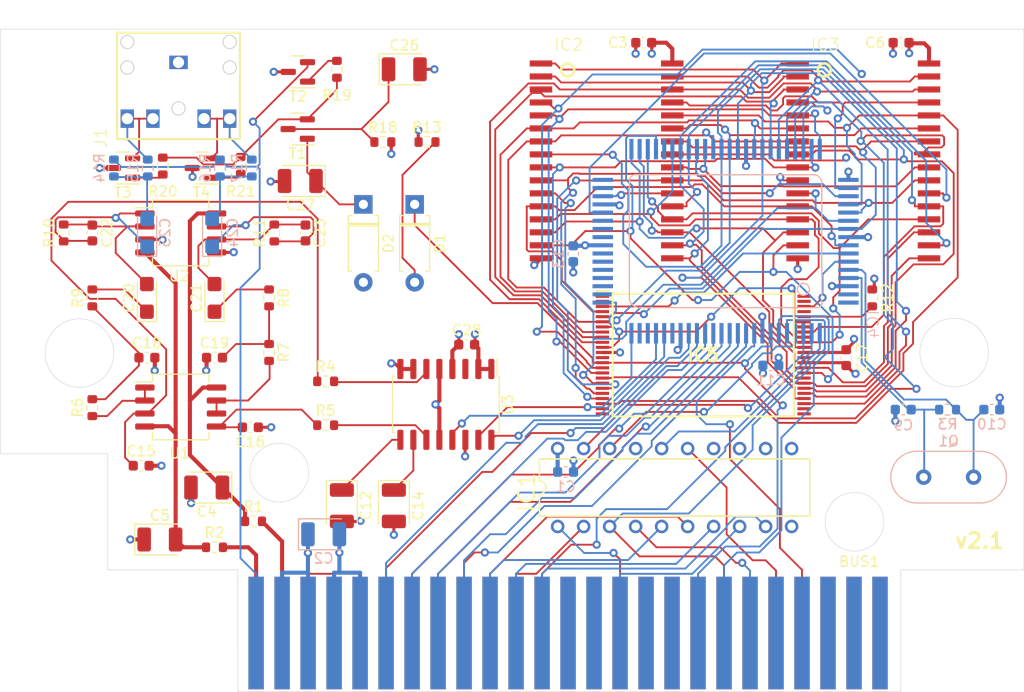
<source format=kicad_pcb>
(kicad_pcb (version 20221018) (generator pcbnew)
  (title_block (title "MSX OPL4 Wozblaster Reloaded") (rev "2.0") (company "The Retro Hacker") (comment 2 "Reloaded by Cristiano Goncalves") (comment 3 "Original Design by Gustavo Iriarte") (comment 4 "Wozblaster Reloaded v2"))
  (layers (0 "F.Cu" mixed) (1 "In1.Cu" power) (2 "In2.Cu" power) (31 "B.Cu" mixed) (34 "B.Paste" user) (35 "F.Paste" user) (36 "B.SilkS" user "B.Silkscreen") (37 "F.SilkS" user "F.Silkscreen") (38 "B.Mask" user) (39 "F.Mask" user) (44 "Edge.Cuts" user))
  (net 0 "")
  (net 6 "/~{IORQ}")
  (net 7 "/~{WR}")
  (net 8 "/~{RESET}")
  (net 11 "/AA7")
  (net 14 "/AA1")
  (net 15 "/AA3")
  (net 16 "/AA5")
  (net 17 "/D1")
  (net 18 "/D3")
  (net 19 "/D5")
  (net 20 "/D7")
  (net 21 "/SLTSOUND")
  (net 22 "-12V")
  (net 23 "+12V")
  (net 24 "Net-(BUS1-SW1)")
  (net 26 "/D6")
  (net 27 "/D4")
  (net 28 "/D2")
  (net 29 "/D0")
  (net 30 "/AA4")
  (net 31 "/AA2")
  (net 32 "/AA0")
  (net 35 "/AA6")
  (net 39 "/~{RD}")
  (net 41 "/~{BUSDIR}")
  (net 45 "/~{INT}")
  (net 46 "Net-(C4-+)")
  (net 47 "Net-(C5--)")
  (net 48 "Net-(IC4-XI)")
  (net 49 "Net-(IC4-XO)")
  (net 50 "Net-(C12-+)")
  (net 51 "Net-(C14-+)")
  (net 52 "Net-(U1A-+)")
  (net 53 "Net-(U1B-+)")
  (net 54 "Net-(C18-Pad1)")
  (net 55 "Net-(C19-Pad2)")
  (net 56 "Net-(C20-+)")
  (net 57 "Net-(C20--)")
  (net 58 "Net-(C25-+)")
  (net 59 "Net-(C24-+)")
  (net 60 "Net-(C24--)")
  (net 61 "Net-(C25--)")
  (net 62 "Net-(C26-+)")
  (net 63 "Net-(C27-+)")
  (net 64 "Net-(D1-A)")
  (net 65 "Net-(IC1A-O4)")
  (net 66 "Net-(IC1A-O2)")
  (net 67 "Net-(IC1A-O1)")
  (net 68 "/A2")
  (net 69 "/A1")
  (net 70 "/A13")
  (net 71 "/A11")
  (net 72 "/A10")
  (net 73 "/A14")
  (net 74 "/A16")
  (net 75 "/A0")
  (net 76 "/A5")
  (net 77 "/A6")
  (net 78 "/A8")
  (net 79 "/A18")
  (net 80 "/MD6")
  (net 81 "/MD4")
  (net 82 "/MD2")
  (net 83 "/MD0")
  (net 84 "/MD1")
  (net 85 "/MD3")
  (net 86 "/MD5")
  (net 87 "/MD7")
  (net 88 "/~{CS1}")
  (net 89 "/A7")
  (net 90 "/~{MRD}")
  (net 91 "/A4")
  (net 92 "/A17")
  (net 93 "/A15")
  (net 94 "/A9")
  (net 95 "/~{MWR}")
  (net 96 "/A12")
  (net 97 "/A3")
  (net 98 "/~{CS0}")
  (net 100 "Net-(IC4-BCO)")
  (net 101 "Net-(IC4-LRO)")
  (net 104 "Net-(IC4-DO2)")
  (net 105 "/~{ROM}")
  (net 118 "/A19")
  (net 119 "/A20")
  (net 122 "Net-(T4-E)")
  (net 123 "Net-(T3-E)")
  (net 124 "Net-(U3-R.OUT)")
  (net 125 "Net-(U3-L.OUT)")
  (net 126 "Net-(U1A--)")
  (net 127 "Net-(U1B--)")
  (net 128 "Net-(T2-B)")
  (net 129 "Net-(T1-C)")
  (net 130 "Net-(T3-B)")
  (net 131 "Net-(T4-B)")
  (net 133 "+5V")
  (net 134 "Net-(C21-+)")
  (net 135 "Net-(C21--)")
  (net 144 "Net-(IC5-WE#)")
  (net 148 "GND")
  (footprint "Resistor_SMD:R_0603_1608Metric" (layer "F.Cu") (at 171.133 84.074)
    (fp_text reference "R13")
    (fp_text value "10K" hide)
  )
  (footprint "Capacitor_Tantalum_SMD:CP_EIA-3216-18_Kemet-A" (layer "F.Cu") (at 143.764 99.314 90)
    (fp_text reference "C20")
    (fp_text value "4.7uF 25V" hide)
  )
  (footprint "Package_TO_SOT_SMD:SOT-23" (layer "F.Cu") (at 141.4245 86.614 180)
    (fp_text reference "T3")
    (fp_text value "2SC945" hide)
  )
  (footprint "Resistor_SMD:R_0603_1608Metric" (layer "F.Cu") (at 155.702 104.648 -90)
    (fp_text reference "R7")
    (fp_text value "4.7K" hide)
  )
  (footprint "Capacitor_SMD:C_0603_1608Metric" (layer "F.Cu") (at 212.09 105.156 -90)
    (fp_text reference "C17")
    (fp_text value "0.1uF" hide)
  )
  (footprint "Capacitor_Tantalum_SMD:CP_EIA-3528-21_Kemet-B" (layer "F.Cu") (at 149.606 117.856 180)
    (fp_text reference "C4")
    (fp_text value "47uF 16V" hide)
  )
  (footprint "CRISAG:PJ-307" (layer "F.Cu") (at 146.852 73.288)
    (fp_text reference "J1")
    (fp_text value "PJ-307" hide)
    (fp_circle (center -5 1) (end -4.35 1) (stroke (width 0.1)) (fill none) (layer "Edge.Cuts"))
    (fp_circle (center -5 3.5) (end -4.35 3.5) (stroke (width 0.1)) (fill none) (layer "Edge.Cuts"))
    (fp_circle (center 0 7.5) (end 0.65 7.5) (stroke (width 0.1)) (fill none) (layer "Edge.Cuts"))
    (fp_circle (center 5 1) (end 5.65 1) (stroke (width 0.1)) (fill none) (layer "Edge.Cuts"))
    (fp_circle (center 5 3.5) (end 5.65 3.5) (stroke (width 0.1)) (fill none) (layer "Edge.Cuts"))
  )
  (footprint "Capacitor_SMD:C_0603_1608Metric" (layer "F.Cu") (at 159.258 92.964 -90)
    (fp_text reference "C23")
    (fp_text value "390pF" hide)
  )
  (footprint "Capacitor_Tantalum_SMD:CP_EIA-3216-18_Kemet-A" (layer "F.Cu") (at 150.368 99.314 90)
    (fp_text reference "C21")
    (fp_text value "4.7uF 25V" hide)
  )
  (footprint "Capacitor_SMD:C_0603_1608Metric" (layer "F.Cu") (at 175.006 103.886)
    (fp_text reference "C28")
    (fp_text value "0.1uF" hide)
  )
  (footprint "Capacitor_SMD:C_0603_1608Metric" (layer "F.Cu") (at 192.306 74.363 180)
    (fp_text reference "C3")
    (fp_text value "0.1uF" hide)
  )
  (footprint "Resistor_SMD:R_0603_1608Metric" (layer "F.Cu") (at 161.227 107.472)
    (fp_text reference "R4")
    (fp_text value "10K" hide)
  )
  (footprint "Capacitor_SMD:C_0603_1608Metric" (layer "F.Cu") (at 143.2052 115.7224)
    (fp_text reference "C15")
    (fp_text value "1nF" hide)
  )
  (footprint "Resistor_SMD:R_0603_1608Metric" (layer "F.Cu") (at 150.368 123.698)
    (fp_text reference "R2")
    (fp_text value "220R" hide)
  )
  (footprint "Package_TO_SOT_SMD:SOT-23" (layer "F.Cu") (at 158.521 77.216 180)
    (fp_text reference "T2")
    (fp_text value "2SC945")
  )
  (footprint "Capacitor_SMD:C_0603_1608Metric" (layer "F.Cu") (at 153.8732 111.9632 180)
    (fp_text reference "C16")
    (fp_text value "1nF" hide)
  )
  (footprint "Capacitor_Tantalum_SMD:CP_EIA-3528-21_Kemet-B" (layer "F.Cu") (at 168.91 76.962)
    (fp_text reference "C26")
    (fp_text value "22uF 10V" hide)
  )
  (footprint "Capacitor_Tantalum_SMD:CP_EIA-3528-21_Kemet-B" (layer "F.Cu") (at 158.75 87.884 180)
    (fp_text reference "C27")
    (fp_text value "22uF 10V" hide)
  )
  (footprint "Resistor_SMD:R_0603_1608Metric" (layer "F.Cu") (at 135.636 92.964 90)
    (fp_text reference "R10")
    (fp_text value "100K" hide)
  )
  (footprint "Resistor_SMD:R_0603_1608Metric" (layer "F.Cu") (at 152.933 86.36 90)
    (fp_text reference "R21")
    (fp_text value "2.2K" hide)
  )
  (footprint "Package_TO_SOT_SMD:SOT-23" (layer "F.Cu") (at 158.496 82.804 180)
    (fp_text reference "T1")
    (fp_text value "2SA733" hide)
  )
  (footprint "Resistor_SMD:R_0603_1608Metric" (layer "F.Cu") (at 214.63 99.314 -90)
    (fp_text reference "R12")
    (fp_text value "1K" hide)
  )
  (footprint "Resistor_SMD:R_0603_1608Metric" (layer "F.Cu") (at 156.21 92.964 90)
    (fp_text reference "R11")
    (fp_text value "100K" hide)
  )
  (footprint "Diode_THT:D_A-405_P7.62mm_Horizontal" (layer "F.Cu") (at 169.926 90.17 -90)
    (fp_text reference "D1")
    (fp_text value "D" hide)
  )
  (footprint "Capacitor_Tantalum_SMD:CP_EIA-3528-21_Kemet-B" (layer "F.Cu") (at 167.894 119.634 -90)
    (fp_text reference "C14")
    (fp_text value "47uF" hide)
  )
  (footprint "Capacitor_SMD:C_0603_1608Metric" (layer "F.Cu") (at 143.764 105.156)
    (fp_text reference "C18")
    (fp_text value "1nF" hide)
  )
  (footprint "Resistor_SMD:R_0603_1608Metric" (layer "F.Cu") (at 162.331 76.962 -90)
    (fp_text reference "R19")
    (fp_text value "2.2K" hide)
  )
  (footprint "Diode_THT:D_A-405_P7.62mm_Horizontal" (layer "F.Cu") (at 164.914 90.17 -90)
    (fp_text reference "D2")
    (fp_text value "D" hide)
  )
  (footprint "Resistor_SMD:R_0603_1608Metric" (layer "F.Cu") (at 145.313 86.423 90)
    (fp_text reference "R20")
    (fp_text value "2.2K" hide)
  )
  (footprint "Resistor_SMD:R_0603_1608Metric" (layer "F.Cu") (at 161.227 111.76)
    (fp_text reference "R5")
    (fp_text value "10K" hide)
  )
  (footprint "Resistor_SMD:R_0603_1608Metric" (layer "F.Cu") (at 138.43 99.314 90)
    (fp_text reference "R9")
    (fp_text value "4.7K" hide)
  )
  (footprint "MSX OPL4 Wozblaster:DIL20" (layer "F.Cu") (at 195.326 117.856)
    (fp_text reference "IC1")
    (fp_text value "GAL16V8D")
  )
  (footprint "Resistor_SMD:R_0603_1608Metric" (layer "F.Cu") (at 166.815 84.074)
    (fp_text reference "R18")
    (fp_text value "10K" hide)
  )
  (footprint "Resistor_SMD:R_0603_1608Metric" (layer "F.Cu") (at 155.702 99.314 -90)
    (fp_text reference "R8")
    (fp_text value "4.7K" hide)
  )
  (footprint "Resistor_SMD:R_0603_1608Metric" (layer "F.Cu") (at 138.43 110.045 90)
    (fp_text reference "R6")
    (fp_text value "4.7K" hide)
  )
  (footprint "MSX OPL4 Wozblaster:SOP32L" (layer "F.Cu") (at 213.764 85.92 -90)
    (fp_text reference "IC3")
    (fp_text value "KM684000ALG" hide)
  )
  (footprint "CRISAG:msx_cartridge" (layer "F.Cu") (at 184.912 132.207)
    (fp_text reference "BUS1")
    (fp_text value "MSX_SLOT_EDGE-CON")
  )
  (footprint "Resistor_SMD:R_0603_1608Metric" (layer "F.Cu") (at 154.178 121.158)
    (fp_text reference "R1")
    (fp_text value "220R" hide)
  )
  (footprint "Package_SO:SO-8_5.3x6.2mm_P1.27mm" (layer "F.Cu") (at 147.066 92.964)
    (fp_text reference "U2")
    (fp_text value "NJM4558")
  )
  (footprint "Package_TO_SOT_SMD:SOT-23" (layer "F.Cu") (at 149.123 86.614 180)
    (fp_text reference "T4")
    (fp_text value "2SC945" hide)
  )
  (footprint "CRISAG:SOP50P2000X120-48N" (layer "F.Cu") (at 198.12 104.902)
    (fp_text reference "IC5")
    (fp_text value "AM29F016B-120EC" hide)
  )
  (footprint "MSX OPL4 Wozblaster:SOP32L" (layer "F.Cu") (at 188.684 85.92 -90)
    (fp_text reference "IC2")
    (fp_text value "KM684000ALG" hide)
  )
  (footprint "Capacitor_Tantalum_SMD:CP_EIA-3528-21_Kemet-B" (layer "F.Cu") (at 162.814 119.634 -90)
    (fp_text reference "C12")
    (fp_text value "47uF" hide)
  )
  (footprint "Capacitor_SMD:C_0603_1608Metric" (layer "F.Cu") (at 138.43 92.964 -90)
    (fp_text reference "C22")
    (fp_text value "390pF" hide)
  )
  (footprint "Package_SO:SO-16_5.3x10.2mm_P1.27mm" (layer "F.Cu") (at 172.974 109.728 -90)
    (fp_text reference "U3")
    (fp_text value "uPD6376" hide)
  )
  (footprint "Package_SO:SO-8_5.3x6.2mm_P1.27mm" (layer "F.Cu") (at 147.066 109.982)
    (fp_text reference "U1")
    (fp_text value "NJM4558")
  )
  (footprint "Capacitor_SMD:C_0603_1608Metric" (layer "F.Cu") (at 217.452 74.363 180)
    (fp_text reference "C6")
    (fp_text value "0.1uF" hide)
  )
  (footprint "Capacitor_SMD:C_0603_1608Metric" (layer "F.Cu") (at 150.368 105.156)
    (fp_text reference "C19")
    (fp_text value "1nF" hide)
  )
  (footprint "Capacitor_Tantalum_SMD:CP_EIA-3528-21_Kemet-B" (layer "F.Cu") (at 145.034 122.936)
    (fp_text reference "C5")
    (fp_text value "47uF 16V" hide)
  )
  (footprint "Capacitor_SMD:C_0603_1608Metric" (layer "B.Cu") (at 204.724 105.918)
    (fp_text reference "C11")
    (fp_text value "0.1uF" hide)
  )
  (footprint "CRISAG:Crystal_HC49-U_Vertical" (layer "B.Cu") (at 224.536 116.84 180)
    (fp_text reference "Q1")
    (fp_text value "33.8688")
  )
  (footprint "Resistor_SMD:R_0603_1608Metric" (layer "B.Cu") (at 221.996 110.236)
    (fp_text reference "R3")
    (fp_text value "3.3K" hide)
  )
  (footprint "Capacitor_SMD:C_0603_1608Metric" (layer "B.Cu") (at 217.665 110.236 180)
    (fp_text reference "C9")
    (fp_text value "12pF" hide)
  )
  (footprint "Resistor_SMD:R_0603_1608Metric" (layer "B.Cu") (at 140.545 86.614 -90)
    (fp_text reference "R14")
    (fp_text value "1K" hide)
  )
  (footprint "Capacitor_SMD:C_0603_1608Metric" (layer "B.Cu") (at 184.671 116.332)
    (fp_text reference "C1")
    (fp_text value "0.1uF" hide)
  )
  (footprint "MSX OPL4 Wozblaster:80-QFP" (layer "B.Cu") (at 200.406 93.472 180)
    (fp_text reference "IC4")
    (fp_text value "YMF278B-F")
  )
  (footprint "Capacitor_SMD:C_0603_1608Metric" (layer "B.Cu") (at 226.314 110.236)
    (fp_text reference "C10")
    (fp_text value "12pF" hide)
  )
  (footprint "Capacitor_SMD:C_0603_1608Metric" (layer "B.Cu") (at 185.42 94.996 -90)
    (fp_text reference "C13")
    (fp_text value "0.1uF" hide)
  )
  (footprint "Resistor_SMD:R_0603_1608Metric" (layer "B.Cu") (at 150.901 86.614 -90)
    (fp_text reference "R16")
    (fp_text value "1K" hide)
  )
  (footprint "Capacitor_Tantalum_SMD:CP_EIA-3528-21_Kemet-B" (layer "B.Cu") (at 161.036 122.428)
    (fp_text reference "C2")
    (fp_text value "10uF/16V")
  )
  (footprint "Capacitor_Tantalum_SMD:CP_EIA-3216-18_Kemet-A" (layer "B.Cu") (at 143.789 92.9415 90)
    (fp_text reference "C25")
    (fp_text value "4.7uF 25V" hide)
  )
  (footprint "Capacitor_Tantalum_SMD:CP_EIA-3216-18_Kemet-A" (layer "B.Cu") (at 150.139 92.9415 90)
    (fp_text reference "C24")
    (fp_text value "4.7uF 25V" hide)
  )
  (footprint "Resistor_SMD:R_0603_1608Metric" (layer "B.Cu") (at 143.849 86.614 -90)
    (fp_text reference "R15")
    (fp_text value "1.8K" hide)
  )
  (footprint "Resistor_SMD:R_0603_1608Metric" (layer "B.Cu") (at 154.009 86.614 -90)
    (fp_text reference "R17")
    (fp_text value "1.8K" hide)
  )
  (gr_line (start 229.446 125.905) (end 217.426 125.905) (stroke (width 0.05)) (layer "Edge.Cuts"))
  (gr_line (start 139.946 125.905) (end 139.946 114.554) (stroke (width 0.05)) (layer "Edge.Cuts"))
  (gr_line (start 152.656 137.815) (end 152.646 125.905) (stroke (width 0.05)) (layer "Edge.Cuts"))
  (gr_line (start 129.4404 114.554) (end 129.436 73.035) (stroke (width 0.05)) (layer "Edge.Cuts"))
  (gr_line (start 129.436 73.035) (end 229.446 73.035) (stroke (width 0.05)) (layer "Edge.Cuts"))
  (gr_line (start 152.646 125.905) (end 139.946 125.905) (stroke (width 0.05)) (layer "Edge.Cuts"))
  (gr_line (start 139.946 114.554) (end 129.4404 114.554) (stroke (width 0.05)) (layer "Edge.Cuts"))
  (gr_circle (center 156.696 116.405) (end 158.546 118.605) (stroke (width 0.05)) (fill none) (layer "Edge.Cuts"))
  (gr_line (start 229.446 73.035) (end 229.446 125.905) (stroke (width 0.05)) (layer "Edge.Cuts"))
  (gr_line (start 217.426 137.815) (end 152.656 137.815) (stroke (width 0.05)) (layer "Edge.Cuts"))
  (gr_circle (center 137.176 104.705) (end 140.525284 104.705) (stroke (width 0.05)) (fill none) (layer "Edge.Cuts"))
  (gr_line (start 217.426 125.905) (end 217.426 137.815) (stroke (width 0.05)) (layer "Edge.Cuts"))
  (gr_circle (center 222.636716 104.655) (end 225.986 104.655) (stroke (width 0.05)) (fill none) (layer "Edge.Cuts"))
  (gr_circle (center 212.896 121.205) (end 215.346 122.705) (stroke (width 0.05)) (fill none) (layer "Edge.Cuts"))
  (gr_text "v2.1" (at 222.57 123.952) (layer "F.SilkS") (effects (font (size 1.5 1.5) (thickness 0.3) bold) (justify left bottom)))
  (segment (start 201.9335 125.222) (end 201.3153 125.222) (width 0.18) (layer "F.Cu") (net 6))
  (segment (start 199.7913 123.698) (end 193.548 123.698) (width 0.18) (layer "F.Cu") (net 6))
  (segment (start 201.3153 125.222) (end 199.7913 123.698) (width 0.18) (layer "F.Cu") (net 6))
  (segment (start 193.548 123.698) (end 191.516 121.666) (width 0.18) (layer "F.Cu") (net 6))
  (via (at 201.9335 125.222) (size 0.8) (drill 0.4) (layers "F.Cu" "B.Cu") (net 6))
  (segment (start 202.692 125.9805) (end 202.692 132.08) (width 0.18) (layer "B.Cu") (net 6))
  (segment (start 201.9335 125.222) (end 202.692 125.9805) (width 0.18) (layer "B.Cu") (net 6))
  (segment (start 201.422 124.206) (end 200.152 125.476) (width 0.18) (layer "B.Cu") (net 7))
  (segment (start 205.8962 101.0917) (end 210.0236 101.0917) (width 0.18) (layer "B.Cu") (net 7))
  (segment (start 200.152 125.476) (end 200.152 132.08) (width 0.18) (layer "B.Cu") (net 7))
  (segment (start 208.9189 105.9437) (end 208.9189 109.8188) (width 0.18) (layer "B.Cu") (net 7))
  (segment (start 205.506 101.4819) (end 205.8962 101.0917) (width 0.18) (layer "B.Cu") (net 7))
  (segment (start 210.3781 101.4462) (end 210.3781 104.4845) (width 0.18) (layer "B.Cu") (net 7))
  (segment (start 205.506 102.772) (end 205.506 101.4819) (width 0.18) (layer "B.Cu") (net 7))
  (segment (start 208.9189 109.8188) (end 205.7591 112.9786) (width 0.18) (layer "B.Cu") (net 7))
  (segment (start 203.591 124.206) (end 201.422 124.206) (width 0.18) (layer "B.Cu") (net 7))
  (segment (start 210.0236 101.0917) (end 210.3781 101.4462) (width 0.18) (layer "B.Cu") (net 7))
  (segment (start 205.7591 112.9786) (end 205.7591 122.0379) (width 0.18) (layer "B.Cu") (net 7))
  (segment (start 205.7591 122.0379) (end 203.591 124.206) (width 0.18) (layer "B.Cu") (net 7))
  (segment (start 210.3781 104.4845) (end 208.9189 105.9437) (width 0.18) (layer "B.Cu") (net 7))
  (segment (start 187.319002 105.652) (end 187.319002 105.213594) (width 0.18) (layer "F.Cu") (net 8))
  (segment (start 202.1941 106.2347) (end 205.7759 109.8165) (width 0.18) (layer "F.Cu") (net 8))
  (segment (start 202.1941 105.7076) (end 202.1941 106.2347) (width 0.18) (layer "F.Cu") (net 8))
  (segment (start 205.7759 109.8165) (end 205.8925 109.8165) (width 0.18) (layer "F.Cu") (net 8))
  (segment (start 188.27 105.652) (end 187.319002 105.652) (width 0.18) (layer "F.Cu") (net 8))
  (segment (start 187.319002 105.213594) (end 181.927408 99.822) (width 0.18) (layer "F.Cu") (net 8))
  (segment (start 177.546 99.822) (end 169.926 92.202) (width 0.18) (layer "F.Cu") (net 8))
  (segment (start 181.927408 99.822) (end 177.546 99.822) (width 0.18) (layer "F.Cu") (net 8))
  (segment (start 169.926 92.202) (end 169.926 90.17) (width 0.18) (layer "F.Cu") (net 8))
  (segment (start 202.1385 105.652) (end 188.27 105.652) (width 0.18) (layer "F.Cu") (net 8))
  (segment (start 202.1941 105.7076) (end 202.1385 105.652) (width 0.18) (layer "F.Cu") (net 8))
  (via (at 202.1941 105.7076) (size 0.8) (drill 0.4) (layers "F.Cu" "B.Cu") (net 8))
  (via (at 205.8925 109.8165) (size 0.8) (drill 0.4) (layers "F.Cu" "B.Cu") (net 8))
  (segment (start 200.2827 123.6192) (end 197.612 126.2899) (width 0.18) (layer "B.Cu") (net 8))
  (segment (start 205.8925 109.8165) (end 205.3789 110.3301) (width 0.18) (layer "B.Cu") (net 8))
  (segment (start 204.706 102.772) (end 204.706 104.0621) (width 0.18) (layer "B.Cu") (net 8))
  (segment (start 203.6401 123.6192) (end 200.2827 123.6192) (width 0.18) (layer "B.Cu") (net 8))
  (segment (start 205.3789 110.3301) (end 205.3789 121.8804) (width 0.18) (layer "B.Cu") (net 8))
  (segment (start 197.612 132.08) (end 197.612 126.2899) (width 0.18) (layer "B.Cu") (net 8))
  (segment (start 204.706 104.0621) (end 203.8396 104.0621) (width 0.18) (layer "B.Cu") (net 8))
  (segment (start 205.3789 121.8804) (end 203.6401 123.6192) (width 0.18) (layer "B.Cu") (net 8))
  (segment (start 203.8396 104.0621) (end 202.1941 105.7076) (width 0.18) (layer "B.Cu") (net 8))
  (segment (start 197.0521 126.2899) (end 201.676 121.666) (width 0.18) (layer "B.Cu") (net 11))
  (segment (start 189.992 132.08) (end 189.992 126.2899) (width 0.18) (layer "B.Cu") (net 11))
  (segment (start 189.992 126.2899) (end 197.0521 126.2899) (width 0.18) (layer "B.Cu") (net 11))
  (segment (start 182.372 132.08) (end 182.372 126.2899) (width 0.18) (layer "B.Cu") (net 14))
  (segment (start 196.3794 125.7781) (end 182.8837 125.7781) (width 0.18) (layer "B.Cu") (net 14))
  (segment (start 182.8837 125.7782) (end 182.372 126.2899) (width 0.18) (layer "B.Cu") (net 14))
  (segment (start 182.8837 125.7781) (end 182.8837 125.7782) (width 0.18) (layer "B.Cu") (net 14))
  (segment (start 201.3029 120.6857) (end 200.4061 121.5825) (width 0.18) (layer "B.Cu") (net 14))
  (segment (start 200.4061 121.7514) (end 196.3794 125.7781) (width 0.18) (layer "B.Cu") (net 14))
  (segment (start 200.4061 121.5825) (end 200.4061 121.7514) (width 0.18) (layer "B.Cu") (net 14))
  (segment (start 204.216 121.666) (end 203.2357 120.6857) (width 0.18) (layer "B.Cu") (net 14))
  (segment (start 203.2357 120.6857) (end 201.3029 120.6857) (width 0.18) (layer "B.Cu") (net 14))
  (segment (start 179.832 132.08) (end 179.832 126.2899) (width 0.18) (layer "B.Cu") (net 15))
  (segment (start 180.7978 125.3241) (end 179.832 126.2899) (width 0.18) (layer "B.Cu") (net 15))
  (segment (start 199.136 121.666) (end 195.4779 125.3241) (width 0.18) (layer "B.Cu") (net 15))
  (segment (start 195.4779 125.3241) (end 180.7978 125.3241) (width 0.18) (layer "B.Cu") (net 15))
  (segment (start 190.7781 124.9439) (end 178.638 124.9439) (width 0.18) (layer "B.Cu") (net 16))
  (segment (start 178.638 124.9439) (end 177.292 126.2899) (width 0.18) (layer "B.Cu") (net 16))
  (segment (start 177.292 132.08) (end 177.292 126.2899) (width 0.18) (layer "B.Cu") (net 16))
  (segment (start 194.056 121.666) (end 190.7781 124.9439) (width 0.18) (layer "B.Cu") (net 16))
  (segment (start 185.6019 118.872) (end 190.2461 114.2278) (width 0.18) (layer "B.Cu") (net 17))
  (segment (start 190.2461 113.9716) (end 191.6292 112.5885) (width 0.18) (layer "B.Cu") (net 17))
  (segment (start 192.9796 112.5885) (end 201.506 104.0621) (width 0.18) (layer "B.Cu") (net 17))
  (segment (start 174.752 124.968) (end 177.2962 122.4238) (width 0.18) (layer "B.Cu") (net 17))
  (segment (start 191.6292 112.5885) (end 192.9796 112.5885) (width 0.18) (layer "B.Cu") (net 17))
  (segment (start 177.2962 122.4238) (end 178.8202 122.4238) (width 0.18) (layer "B.Cu") (net 17))
  (segment (start 190.2461 114.2278) (end 190.2461 113.9716) (width 0.18) (layer "B.Cu") (net 17))
  (segment (start 178.8202 122.4238) (end 182.372 118.872) (width 0.18) (layer "B.Cu") (net 17))
  (segment (start 174.752 132.08) (end 174.752 124.968) (width 0.18) (layer "B.Cu") (net 17))
  (segment (start 201.506 104.0621) (end 201.506 102.772) (width 0.18) (layer "B.Cu") (net 17))
  (segment (start 182.372 118.872) (end 185.6019 118.872) (width 0.18) (layer "B.Cu") (net 17))
  (segment (start 190.6028 112.7969) (end 192.3815 111.0182) (width 0.18) (layer "B.Cu") (net 18))
  (segment (start 192.3815 111.0182) (end 192.9499 111.0182) (width 0.18) (layer "B.Cu") (net 18))
  (segment (start 192.9499 111.0182) (end 199.906 104.0621) (width 0.18) (layer "B.Cu") (net 18))
  (segment (start 180.1591 118.3428) (end 184.6481 118.3428) (width 0.18) (layer "B.Cu") (net 18))
  (segment (start 187.9862 115.0047) (end 187.9862 113.6906) (width 0.18) (layer "B.Cu") (net 18))
  (segment (start 184.6481 118.3428) (end 187.9862 115.0047) (width 0.18) (layer "B.Cu") (net 18))
  (segment (start 199.906 102.772) (end 199.906 104.0621) (width 0.18) (layer "B.Cu") (net 18))
  (segment (start 172.212 126.2899) (end 180.1591 118.3428) (width 0.18) (layer "B.Cu") (net 18))
  (segment (start 172.212 132.08) (end 172.212 126.2899) (width 0.18) (layer "B.Cu") (net 18))
  (segment (start 188.8799 112.7969) (end 190.6028 112.7969) (width 0.18) (layer "B.Cu") (net 18))
  (segment (start 187.9862 113.6906) (end 188.8799 112.7969) (width 0.18) (layer "B.Cu") (net 18))
  (segment (start 182.8905 113.0714) (end 169.672 126.2899) (width 0.18) (layer "B.Cu") (net 19))
  (segment (start 169.672 132.08) (end 169.672 126.2899) (width 0.18) (layer "B.Cu") (net 19))
  (segment (start 184.6318 113.2293) (end 184.4739 113.0714) (width 0.18) (layer "B.Cu") (net 19))
  (segment (start 198.306 104.0621) (end 196.0035 106.3646) (width 0.18) (layer "B.Cu") (net 19))
  (segment (start 194.6627 106.3646) (end 188.6106 112.4167) (width 0.18) (layer "B.Cu") (net 19))
  (segment (start 188.6106 112.4167) (end 186.674 112.4167) (width 0.18) (layer "B.Cu") (net 19))
  (segment (start 184.4739 113.0714) (end 182.8905 113.0714) (width 0.18) (layer "B.Cu") (net 19))
  (segment (start 198.306 102.772) (end 198.306 104.0621) (width 0.18) (layer "B.Cu") (net 19))
  (segment (start 186.674 112.4167) (end 185.8614 113.2293) (width 0.18) (layer "B.Cu") (net 19))
  (segment (start 196.0035 106.3646) (end 194.6627 106.3646) (width 0.18) (layer "B.Cu") (net 19))
  (segment (start 185.8614 113.2293) (end 184.6318 113.2293) (width 0.18) (layer "B.Cu") (net 19))
  (segment (start 195.8313 105.1649) (end 194.7872 105.1649) (width 0.18) (layer "B.Cu") (net 20))
  (segment (start 167.132 125.222) (end 167.132 132.08) (width 0.18) (layer "B.Cu") (net 20))
  (segment (start 180.363708 113.4826) (end 178.8714 113.4826) (width 0.18) (layer "B.Cu") (net 20))
  (segment (start 181.9676 111.6564) (end 180.7679 112.8561) (width 0.18) (layer "B.Cu") (net 20))
  (segment (start 196.706 102.772) (end 196.706 104.2902) (width 0.18) (layer "B.Cu") (net 20))
  (segment (start 180.7679 113.078408) (end 180.363708 113.4826) (width 0.18) (layer "B.Cu") (net 20))
  (segment (start 194.7872 105.1649) (end 188.2957 111.6564) (width 0.18) (layer "B.Cu") (net 20))
  (segment (start 188.2957 111.6564) (end 181.9676 111.6564) (width 0.18) (layer "B.Cu") (net 20))
  (segment (start 180.7679 112.8561) (end 180.7679 113.078408) (width 0.18) (layer "B.Cu") (net 20))
  (segment (start 196.706 104.2902) (end 195.8313 105.1649) (width 0.18) (layer "B.Cu") (net 20))
  (segment (start 178.8714 113.4826) (end 167.132 125.222) (width 0.18) (layer "B.Cu") (net 20))
  (segment (start 159.4585 76.7547) (end 159.4585 76.266) (width 0.18) (layer "F.Cu") (net 21))
  (segment (start 154.1277 82.0855) (end 159.4585 76.7547) (width 0.18) (layer "F.Cu") (net 21))
  (via (at 154.1277 82.0855) (size 0.8) (drill 0.4) (layers "F.Cu" "B.Cu") (net 21))
  (segment (start 150.1791 86.5109) (end 150.901 85.789) (width 0.18) (layer "B.Cu") (net 21))
  (segment (start 154.775 86.2566) (end 154.775 82.7328) (width 0.18) (layer "B.Cu") (net 21))
  (segment (start 154.432 126.2899) (end 154.432 132.08) (width 0.18) (layer "B.Cu") (net 21))
  (segment (start 152.908 124.7659) (end 154.432 126.2899) (width 0.18) (layer "B.Cu") (net 21))
  (segment (start 154.775 82.7328) (end 154.1277 82.0855) (width 0.18) (layer "B.Cu") (net 21))
  (segment (start 154.7833 86.7117) (end 154.7833 96.4625) (width 0.18) (layer "B.Cu") (net 21))
  (segment (start 140.545 85.789) (end 141.2669 86.5109) (width 0.18) (layer "B.Cu") (net 21))
  (segment (start 154.7833 96.4625) (end 152.908 98.3378) (width 0.18) (layer "B.Cu") (net 21))
  (segment (start 152.908 98.3378) (end 152.908 124.7659) (width 0.18) (layer "B.Cu") (net 21))
  (segment (start 150.901 85.789) (end 151.592 86.48) (width 0.18) (layer "B.Cu") (net 21))
  (segment (start 141.2669 86.5109) (end 150.1791 86.5109) (width 0.18) (layer "B.Cu") (net 21))
  (segment (start 151.592 86.48) (end 154.5516 86.48) (width 0.18) (layer "B.Cu") (net 21))
  (segment (start 154.5516 86.48) (end 154.775 86.2566) (width 0.18) (layer "B.Cu") (net 21))
  (segment (start 154.5516 86.48) (end 154.7833 86.7117) (width 0.18) (layer "B.Cu") (net 21))
  (segment (start 154.432 124.46) (end 153.67 123.698) (width 0.4) (layer "F.Cu") (net 22))
  (segment (start 153.67 123.698) (end 151.193 123.698) (width 0.4) (layer "F.Cu") (net 22))
  (segment (start 154.432 132.08) (end 154.432 124.46) (width 0.4) (layer "F.Cu") (net 22))
  (segment (start 156.972 132.08) (end 156.972 123.127) (width 0.4) (layer "F.Cu") (net 23))
  (segment (start 156.972 123.127) (end 155.003 121.158) (width 0.4) (layer "F.Cu") (net 23))
  (segment (start 159.512 126.2899) (end 162.052 126.2899) (width 0.18) (layer "F.Cu") (net 24))
  (segment (start 159.512 132.08) (end 159.512 126.2899) (width 0.18) (layer "F.Cu") (net 24))
  (segment (start 162.052 132.08) (end 162.052 126.2899) (width 0.18) (layer "F.Cu") (net 24))
  (segment (start 167.132 125.73) (end 176.53 116.332) (width 0.18) (layer "F.Cu") (net 26))
  (segment (start 177.514308 116.332) (end 181.318108 112.5282) (width 0.18) (layer "F.Cu") (net 26))
  (segment (start 176.53 116.332) (end 177.514308 116.332) (width 0.18) (layer "F.Cu") (net 26))
  (segment (start 167.132 132.08) (end 167.132 125.73) (width 0.18) (layer "F.Cu") (net 26))
  (segment (start 181.318108 112.5282) (end 185.159 112.5282) (width 0.18) (layer "F.Cu") (net 26))
  (via (at 185.159 112.5282) (size 0.8) (drill 0.4) (layers "F.Cu" "B.Cu") (net 26))
  (segment (start 185.6507 112.0365) (end 185.159 112.5282) (width 0.18) (layer "B.Cu") (net 26))
  (segment (start 197.506 102.772) (end 197.506 104.0621) (width 0.18) (layer "B.Cu") (net 26))
  (segment (start 188.4532 112.0365) (end 185.6507 112.0365) (width 0.18) (layer "B.Cu") (net 26))
  (segment (start 195.5837 105.9844) (end 194.5053 105.9844) (width 0.18) (layer "B.Cu") (net 26))
  (segment (start 197.506 104.0621) (end 195.5837 105.9844) (width 0.18) (layer "B.Cu") (net 26))
  (segment (start 194.5053 105.9844) (end 188.4532 112.0365) (width 0.18) (layer "B.Cu") (net 26))
  (segment (start 189.5402 112.096) (end 189.9071 112.096) (width 0.18) (layer "F.Cu") (net 27))
  (segment (start 169.672 132.08) (end 169.672 126.2899) (width 0.18) (layer "F.Cu") (net 27))
  (segment (start 179.3691 116.5928) (end 185.249 116.5928) (width 0.18) (layer "F.Cu") (net 27))
  (segment (start 185.249 116.5928) (end 187.9243 113.9175) (width 0.18) (layer "F.Cu") (net 27))
  (segment (start 187.9243 113.9175) (end 187.9243 113.7119) (width 0.18) (layer "F.Cu") (net 27))
  (segment (start 169.672 126.2899) (end 179.3691 116.5928) (width 0.18) (layer "F.Cu") (net 27))
  (segment (start 187.9243 113.7119) (end 189.5402 112.096) (width 0.18) (layer "F.Cu") (net 27))
  (via (at 189.9071 112.096) (size 0.8) (drill 0.4) (layers "F.Cu" "B.Cu") (net 27))
  (segment (start 189.9071 112.096) (end 191.3651 110.638) (width 0.18) (layer "B.Cu") (net 27))
  (segment (start 191.3651 110.638) (end 192.5301 110.638) (width 0.18) (layer "B.Cu") (net 27))
  (segment (start 192.5301 110.638) (end 199.106 104.0621) (width 0.18) (layer "B.Cu") (net 27))
  (segment (start 199.106 102.772) (end 199.106 104.0621) (width 0.18) (layer "B.Cu") (net 27))
  (segment (start 172.212 132.08) (end 172.212 126.2899) (width 0.18) (layer "F.Cu") (net 28))
  (segment (start 190.2461 113.9367) (end 190.2461 114.1544) (width 0.18) (layer "F.Cu") (net 28))
  (segment (start 192.2844 111.8984) (end 190.2461 113.9367) (width 0.18) (layer "F.Cu") (net 28))
  (segment (start 185.1451 119.2554) (end 179.2465 119.2554) (width 0.18) (layer "F.Cu") (net 28))
  (segment (start 190.2461 114.1544) (end 185.1451 119.2554) (width 0.18) (layer "F.Cu") (net 28))
  (segment (start 192.5177 111.8984) (end 192.2844 111.8984) (width 0.18) (layer "F.Cu") (net 28))
  (segment (start 179.2465 119.2554) (end 172.212 126.2899) (width 0.18) (layer "F.Cu") (net 28))
  (via (at 192.5177 111.8984) (size 0.8) (drill 0.4) (layers "F.Cu" "B.Cu") (net 28))
  (segment (start 192.8697 111.8984) (end 192.5177 111.8984) (width 0.18) (layer "B.Cu") (net 28))
  (segment (start 200.706 102.772) (end 200.706 104.0621) (width 0.18) (layer "B.Cu") (net 28))
  (segment (start 200.706 104.0621) (end 192.8697 111.8984) (width 0.18) (layer "B.Cu") (net 28))
  (segment (start 174.752 125.222) (end 174.752 132.08) (width 0.18) (layer "F.Cu") (net 29))
  (segment (start 175.768 124.206) (end 174.752 125.222) (width 0.18) (layer "F.Cu") (net 29))
  (segment (start 176.784 124.206) (end 175.768 124.206) (width 0.18) (layer "F.Cu") (net 29))
  (via (at 176.784 124.206) (size 0.8) (drill 0.4) (layers "F.Cu" "B.Cu") (net 29))
  (segment (start 202.306 104.0621) (end 202.306 102.772) (width 0.18) (layer "B.Cu") (net 29))
  (segment (start 193.0837 113.8251) (end 193.0837 113.2844) (width 0.18) (layer "B.Cu") (net 29))
  (segment (start 182.5997 119.6603) (end 187.2485 119.6603) (width 0.18) (layer "B.Cu") (net 29))
  (segment (start 176.784 124.206) (end 178.054 124.206) (width 0.18) (layer "B.Cu") (net 29))
  (segment (start 178.054 124.206) (end 182.5997 119.6603) (width 0.18) (layer "B.Cu") (net 29))
  (segment (start 187.2485 119.6603) (end 193.0837 113.8251) (width 0.18) (layer "B.Cu") (net 29))
  (segment (start 193.0837 113.2844) (end 202.306 104.0621) (width 0.18) (layer "B.Cu") (net 29))
  (segment (start 177.292 126.2899) (end 182.8795 120.7024) (width 0.18) (layer "F.Cu") (net 30))
  (segment (start 195.6324 120.7024) (end 196.596 121.666) (width 0.18) (layer "F.Cu") (net 30))
  (segment (start 182.8795 120.7024) (end 195.6324 120.7024) (width 0.18) (layer "F.Cu") (net 30))
  (segment (start 177.292 132.08) (end 177.292 126.2899) (width 0.18) (layer "F.Cu") (net 30))
  (segment (start 179.832 132.08) (end 179.832 126.2899) (width 0.18) (layer "F.Cu") (net 31))
  (segment (start 181.8121 126.2899) (end 186.436 121.666) (width 0.18) (layer "F.Cu") (net 31))
  (segment (start 179.832 126.2899) (end 181.8121 126.2899) (width 0.18) (layer "F.Cu") (net 31))
  (segment (start 187.706 123.444) (end 185.2179 123.444) (width 0.18) (layer "F.Cu") (net 32))
  (segment (start 185.2179 123.444) (end 182.372 126.2899) (width 0.18) (layer "F.Cu") (net 32))
  (segment (start 182.372 126.2899) (end 182.372 132.08) (width 0.18) (layer "F.Cu") (net 32))
  (via (at 187.706 123.444) (size 0.8) (drill 0.4) (layers "F.Cu" "B.Cu") (net 32))
  (segment (start 200.2715 114.2779) (end 200.2715 113.9092) (width 0.18) (layer "B.Cu") (net 32))
  (segment (start 208.1587 106.022) (end 208.1587 105.6287) (width 0.18) (layer "B.Cu") (net 32))
  (segment (start 188.6419 119.9681) (end 194.5813 119.9681) (width 0.18) (layer "B.Cu") (net 32))
  (segment (start 209.506 104.2814) (end 209.506 102.772) (width 0.18) (layer "B.Cu") (net 32))
  (segment (start 187.706 123.444) (end 187.706 121.7642) (width 0.18) (layer "B.Cu") (net 32))
  (segment (start 208.1587 105.6287) (end 209.506 104.2814) (width 0.18) (layer "B.Cu") (net 32))
  (segment (start 187.7061 121.7641) (end 187.7061 120.9039) (width 0.18) (layer "B.Cu") (net 32))
  (segment (start 200.2715 113.9092) (end 208.1587 106.022) (width 0.18) (layer "B.Cu") (net 32))
  (segment (start 194.5813 119.9681) (end 200.2715 114.2779) (width 0.18) (layer "B.Cu") (net 32))
  (segment (start 187.7061 120.9039) (end 188.6419 119.9681) (width 0.18) (layer "B.Cu") (net 32))
  (segment (start 187.706 121.7642) (end 187.7061 121.7641) (width 0.18) (layer "B.Cu") (net 32))
  (segment (start 189.357 124.2544) (end 189.992 124.8894) (width 0.18) (layer "F.Cu") (net 35))
  (segment (start 189.992 124.8894) (end 189.992 132.08) (width 0.18) (layer "F.Cu") (net 35))
  (via (at 189.357 124.2544) (size 0.8) (drill 0.4) (layers "F.Cu" "B.Cu") (net 35))
  (segment (start 186.4844 124.2544) (end 183.896 121.666) (width 0.18) (layer "B.Cu") (net 35))
  (segment (start 189.357 124.2544) (end 186.4844 124.2544) (width 0.18) (layer "B.Cu") (net 35))
  (segment (start 188.976 121.666) (end 191.896 124.586) (width 0.18) (layer "F.Cu") (net 39))
  (segment (start 200.152 125.476) (end 200.152 132.08) (width 0.18) (layer "F.Cu") (net 39))
  (segment (start 199.262 124.586) (end 200.152 125.476) (width 0.18) (layer "F.Cu") (net 39))
  (segment (start 191.896 124.586) (end 199.262 124.586) (width 0.18) (layer "F.Cu") (net 39))
  (segment (start 202.9461 111.7722) (end 202.9461 114.1545) (width 0.18) (layer "B.Cu") (net 39))
  (segment (start 208.5388 105.7862) (end 208.5388 106.1795) (width 0.18) (layer "B.Cu") (net 39))
  (segment (start 209.8436 101.4819) (end 209.9979 101.6362) (width 0.18) (layer "B.Cu") (net 39))
  (segment (start 208.5388 106.1795) (end 202.9461 111.7722) (width 0.18) (layer "B.Cu") (net 39))
  (segment (start 206.306 101.4819) (end 209.8436 101.4819) (width 0.18) (layer "B.Cu") (net 39))
  (segment (start 202.9461 114.1545) (end 196.7033 120.3973) (width 0.18) (layer "B.Cu") (net 39))
  (segment (start 209.9979 104.3271) (end 208.5388 105.7862) (width 0.18) (layer "B.Cu") (net 39))
  (segment (start 196.7033 120.3973) (end 190.2447 120.3973) (width 0.18) (layer "B.Cu") (net 39))
  (segment (start 190.2447 120.3973) (end 188.976 121.666) (width 0.18) (layer "B.Cu") (net 39))
  (segment (start 206.306 102.772) (end 206.306 101.4819) (width 0.18) (layer "B.Cu") (net 39))
  (segment (start 209.9979 101.6362) (end 209.9979 104.3271) (width 0.18) (layer "B.Cu") (net 39))
  (segment (start 200.4061 117.8561) (end 196.596 114.046) (width 0.18) (layer "F.Cu") (net 41))
  (segment (start 202.946 124.968) (end 200.4061 122.4281) (width 0.18) (layer "F.Cu") (net 41))
  (segment (start 205.232 132.08) (end 205.232 125.984) (width 0.18) (layer "F.Cu") (net 41))
  (segment (start 200.4061 122.4281) (end 200.4061 117.8561) (width 0.18) (layer "F.Cu") (net 41))
  (segment (start 204.216 124.968) (end 202.946 124.968) (width 0.18) (layer "F.Cu") (net 41))
  (segment (start 205.232 125.984) (end 204.216 124.968) (width 0.18) (layer "F.Cu") (net 41))
  (segment (start 200.725 115.0668) (end 205.6122 119.954) (width 0.18) (layer "F.Cu") (net 45))
  (segment (start 207.772 125.9081) (end 207.772 132.08) (width 0.18) (layer "F.Cu") (net 45))
  (segment (start 205.6122 119.954) (end 205.6122 123.7483) (width 0.18) (layer "F.Cu") (net 45))
  (segment (start 205.6122 123.7483) (end 207.772 125.9081) (width 0.18) (layer "F.Cu") (net 45))
  (segment (start 200.725 111.6685) (end 200.725 115.0668) (width 0.18) (layer "F.Cu") (net 45))
  (via (at 200.725 111.6685) (size 0.8) (drill 0.4) (layers "F.Cu" "B.Cu") (net 45))
  (segment (start 203.106 102.772) (end 203.106 104.0621) (width 0.18) (layer "B.Cu") (net 45))
  (segment (start 202.8637 104.0621) (end 197.4794 109.4464) (width 0.18) (layer "B.Cu") (net 45))
  (segment (start 197.4794 109.4464) (end 197.4794 110.7291) (width 0.18) (layer "B.Cu") (net 45))
  (segment (start 198.4187 111.6684) (end 200.725 111.6684) (width 0.18) (layer "B.Cu") (net 45))
  (segment (start 203.106 104.0621) (end 202.8637 104.0621) (width 0.18) (layer "B.Cu") (net 45))
  (segment (start 200.725 111.6684) (end 200.725 111.6685) (width 0.18) (layer "B.Cu") (net 45))
  (segment (start 197.4794 110.7291) (end 198.4187 111.6684) (width 0.18) (layer "B.Cu") (net 45))
  (segment (start 147.966 114.678) (end 147.966 109.35) (width 0.4) (layer "F.Cu") (net 46))
  (segment (start 147.966 109.35) (end 149.239 108.077) (width 0.4) (layer "F.Cu") (net 46))
  (segment (start 151.144 117.856) (end 151.1435 117.8555) (width 0.4) (layer "F.Cu") (net 46))
  (segment (start 147.966 109.35) (end 147.966 91.81) (width 0.4) (layer "F.Cu") (net 46))
  (segment (start 147.966 91.81) (end 148.717 91.059) (width 0.4) (layer "F.Cu") (net 46))
  (segment (start 151.1435 117.8555) (end 147.966 114.678) (width 0.4) (layer "F.Cu") (net 46))
  (segment (start 153.353 120.066) (end 151.144 117.856) (width 0.4) (layer "F.Cu") (net 46))
  (segment (start 151.1435 117.8555) (end 151.1435 117.856) (width 0.4) (layer "F.Cu") (net 46))
  (segment (start 153.353 121.158) (end 153.353 120.066) (width 0.4) (layer "F.Cu") (net 46))
  (segment (start 149.239 108.077) (end 150.566 108.077) (width 0.4) (layer "F.Cu") (net 46))
  (segment (start 148.717 91.059) (end 150.566 91.059) (width 0.4) (layer "F.Cu") (net 46))
  (segment (start 146.572 112.5728) (end 145.8608 111.8616) (width 0.4) (layer "F.Cu") (net 47))
  (segment (start 146.9525 123.317) (end 146.5715 122.936) (width 0.4) (layer "F.Cu") (net 47))
  (segment (start 146.953 123.317) (end 146.572 122.936) (width 0.4) (layer "F.Cu") (net 47))
  (segment (start 146.572 97.875) (end 143.566 94.869) (width 0.4) (layer "F.Cu") (net 47))
  (segment (start 146.953 123.317) (end 146.9525 123.317) (width 0.4) (layer "F.Cu") (net 47))
  (segment (start 145.8608 111.8616) (end 143.5914 111.8616) (width 0.4) (layer "F.Cu") (net 47))
  (segment (start 146.572 112.5728) (end 146.572 111.605) (width 0.4) (layer "F.Cu") (net 47))
  (segment (start 143.5914 111.8616) (end 143.566 111.887) (width 0.4) (layer "F.Cu") (net 47))
  (segment (start 147.334 123.698) (end 146.953 123.317) (width 0.4) (layer "F.Cu") (net 47))
  (segment (start 146.572 122.936) (end 146.572 112.5728) (width 0.4) (layer "F.Cu") (net 47))
  (segment (start 149.543 123.698) (end 147.334 123.698) (width 0.4) (layer "F.Cu") (net 47))
  (segment (start 146.572 111.605) (end 146.572 97.875) (width 0.4) (layer "F.Cu") (net 47))
  (segment (start 212.306 97.372) (end 213.5961 97.372) (width 0.18) (layer "B.Cu") (net 48))
  (segment (start 213.5961 105.6461) (end 218.186 110.236) (width 0.18) (layer "B.Cu") (net 48))
  (segment (start 218.186 110.236) (end 218.44 110.236) (width 0.18) (layer "B.Cu") (net 48))
  (segment (start 213.5961 97.372) (end 213.5961 105.6461) (width 0.18) (layer "B.Cu") (net 48))
  (segment (start 219.71 110.236) (end 219.71 116.84) (width 0.18) (layer "B.Cu") (net 48))
  (segment (start 219.71 110.236) (end 221.171 110.236) (width 0.18) (layer "B.Cu") (net 48))
  (segment (start 218.44 110.236) (end 219.71 110.236) (width 0.18) (layer "B.Cu") (net 48))
  (segment (start 224.536 111.239) (end 223.824 111.239) (width 0.18) (layer "B.Cu") (net 49))
  (segment (start 213.9761 96.952) (end 213.9761 105.488698) (width 0.18) (layer "B.Cu") (net 49))
  (segment (start 213.9761 105.488698) (end 217.739602 109.2522) (width 0.18) (layer "B.Cu") (net 49))
  (segment (start 212.306 96.572) (end 213.5961 96.572) (width 0.18) (layer "B.Cu") (net 49))
  (segment (start 213.5961 96.572) (end 213.9761 96.952) (width 0.18) (layer "B.Cu") (net 49))
  (segment (start 217.739602 109.2522) (end 221.8372 109.2522) (width 0.18) (layer "B.Cu") (net 49))
  (segment (start 224.536 111.239) (end 225.539 110.236) (width 0.18) (layer "B.Cu") (net 49))
  (segment (start 221.8372 109.2522) (end 222.821 110.236) (width 0.18) (layer "B.Cu") (net 49))
  (segment (start 223.824 111.239) (end 222.821 110.236) (width 0.18) (layer "B.Cu") (net 49))
  (segment (start 224.536 116.84) (end 224.536 111.239) (width 0.18) (layer "B.Cu") (net 49))
  (segment (start 167.72 113.1905) (end 162.814 118.0965) (width 0.18) (layer "F.Cu") (net 50))
  (segment (start 168.529 113.1905) (end 167.72 113.1905) (width 0.18) (layer "F.Cu") (net 50))
  (segment (start 169.799 116.1915) (end 167.894 118.0965) (width 0.18) (layer "F.Cu") (net 51))
  (segment (start 169.799 113.1905) (end 169.799 116.1915) (width 0.18) (layer "F.Cu") (net 51))
  (segment (start 141.6304 111.4552) (end 141.6304 114.9226) (width 0.18) (layer "F.Cu") (net 52))
  (segment (start 134.4372 95.6725) (end 134.4372 91.5599) (width 0.18) (layer "F.Cu") (net 52))
  (segment (start 138.1691 99.4044) (end 134.4372 95.6725) (width 0.18) (layer "F.Cu") (net 52))
  (segment (start 143.868254 110.617) (end 145.6436 108.841654) (width 0.18) (layer "F.Cu") (net 52))
  (segment (start 145.6436 104.3432) (end 140.7048 99.4044) (width 0.18) (layer "F.Cu") (net 52))
  (segment (start 142.4686 110.617) (end 141.6304 111.4552) (width 0.18) (layer "F.Cu") (net 52))
  (segment (start 143.566 110.617) (end 142.4686 110.617) (width 0.18) (layer "F.Cu") (net 52))
  (segment (start 141.6304 114.9226) (end 142.4302 115.7224) (width 0.18) (layer "F.Cu") (net 52))
  (segment (start 145.6436 108.841654) (end 145.6436 104.3432) (width 0.18) (layer "F.Cu") (net 52))
  (segment (start 140.7048 99.4044) (end 138.1691 99.4044) (width 0.18) (layer "F.Cu") (net 52))
  (segment (start 143.566 110.617) (end 143.868254 110.617) (width 0.18) (layer "F.Cu") (net 52))
  (segment (start 160.4556 107.4184) (end 160.402 107.472) (width 0.18) (layer "F.Cu") (net 52))
  (segment (start 158.7792 89.916) (end 160.4556 91.5924) (width 0.18) (layer "F.Cu") (net 52))
  (segment (start 134.4372 91.5599) (end 136.0811 89.916) (width 0.18) (layer "F.Cu") (net 52))
  (segment (start 160.4556 91.5924) (end 160.4556 107.4184) (width 0.18) (layer "F.Cu") (net 52))
  (segment (start 136.0811 89.916) (end 158.7792 89.916) (width 0.18) (layer "F.Cu") (net 52))
  (segment (start 150.868254 111.887) (end 150.566 111.887) (width 0.18) (layer "F.Cu") (net 53))
  (segment (start 153.0982 111.9632) (end 150.6422 111.9632) (width 0.18) (layer "F.Cu") (net 53))
  (segment (start 152.519254 110.236) (end 150.868254 111.887) (width 0.18) (layer "F.Cu") (net 53))
  (segment (start 158.878 110.236) (end 152.519254 110.236) (width 0.18) (layer "F.Cu") (net 53))
  (segment (start 150.6422 111.9632) (end 150.566 111.887) (width 0.18) (layer "F.Cu") (net 53))
  (segment (start 160.402 111.76) (end 158.878 110.236) (width 0.18) (layer "F.Cu") (net 53))
  (segment (start 142.989 105.931) (end 142.989 105.156) (width 0.18) (layer "F.Cu") (net 54))
  (segment (start 142.989 105.156) (end 142.989 104.698) (width 0.18) (layer "F.Cu") (net 54))
  (segment (start 138.43 109.22) (end 139.7 109.22) (width 0.18) (layer "F.Cu") (net 54))
  (segment (start 139.7 109.22) (end 142.989 105.931) (width 0.18) (layer "F.Cu") (net 54))
  (segment (start 142.989 104.698) (end 138.43 100.139) (width 0.18) (layer "F.Cu") (net 54))
  (segment (start 151.143 105.156) (end 152.476 103.823) (width 0.18) (layer "F.Cu") (net 55))
  (segment (start 155.702 103.823) (end 155.702 100.139) (width 0.18) (layer "F.Cu") (net 55))
  (segment (start 152.476 103.823) (end 155.702 103.823) (width 0.18) (layer "F.Cu") (net 55))
  (segment (start 143.764 100.664) (end 141.589 98.489) (width 0.18) (layer "F.Cu") (net 56))
  (segment (start 141.589 98.489) (end 138.43 98.489) (width 0.18) (layer "F.Cu") (net 56))
  (segment (start 140.716 93.472) (end 141.859 92.329) (width 0.18) (layer "F.Cu") (net 57))
  (segment (start 143.764 97.964) (end 140.716 94.916) (width 0.18) (layer "F.Cu") (net 57))
  (segment (start 135.636 92.139) (end 138.38 92.139) (width 0.18) (layer "F.Cu") (net 57))
  (segment (start 138.38 92.139) (end 138.43 92.189) (width 0.18) (layer "F.Cu") (net 57))
  (segment (start 138.57 92.329) (end 143.566 92.329) (width 0.18) (layer "F.Cu") (net 57))
  (segment (start 141.859 92.329) (end 143.566 92.329) (width 0.18) (layer "F.Cu") (net 57))
  (segment (start 138.43 92.189) (end 138.57 92.329) (width 0.18) (layer "F.Cu") (net 57))
  (segment (start 140.716 94.916) (end 140.716 93.472) (width 0.18) (layer "F.Cu") (net 57))
  (segment (start 140.6521 91.4282) (end 135.1066 91.4282) (width 0.18) (layer "F.Cu") (net 58))
  (segment (start 140.716 91.4921) (end 140.6521 91.4282) (width 0.18) (layer "F.Cu") (net 58))
  (segment (start 135.686 93.739) (end 135.636 93.789) (width 0.18) (layer "F.Cu") (net 58))
  (segment (start 141.1491 91.059) (end 143.566 91.059) (width 0.18) (layer "F.Cu") (net 58))
  (segment (start 134.8437 91.6911) (end 134.8437 92.8967) (width 0.18) (layer "F.Cu") (net 58))
  (segment (start 135.1066 91.4282) (end 134.8437 91.6911) (width 0.18) (layer "F.Cu") (net 58))
  (segment (start 134.8437 92.8967) (end 135.686 93.739) (width 0.18) (layer "F.Cu") (net 58))
  (segment (start 140.716 91.4921) (end 141.1491 91.059) (width 0.18) (layer "F.Cu") (net 58))
  (segment (start 138.43 93.739) (end 135.686 93.739) (width 0.18) (layer "F.Cu") (net 58))
  (via (at 140.716 91.4921) (size 0.8) (drill 0.4) (layers "F.Cu" "B.Cu") (net 58))
  (segment (start 140.9896 91.4921) (end 143.789 94.2915) (width 0.18) (layer "B.Cu") (net 58))
  (segment (start 140.716 91.4921) (end 140.9896 91.4921) (width 0.18) (layer "B.Cu") (net 58))
  (segment (start 160.0498 92.9472) (end 159.258 93.739) (width 0.18) (layer "F.Cu") (net 59))
  (segment (start 150.566 92.329) (end 153.289 92.329) (width 0.18) (layer "F.Cu") (net 59))
  (segment (start 156.21 93.789) (end 159.208 93.789) (width 0.18) (layer "F.Cu") (net 59))
  (segment (start 153.289 92.329) (end 153.416 92.202) (width 0.18) (layer "F.Cu") (net 59))
  (segment (start 153.416 92.202) (end 154.1954 91.4226) (width 0.18) (layer "F.Cu") (net 59))
  (segment (start 160.0498 91.7243) (end 160.0498 92.9472) (width 0.18) (layer "F.Cu") (net 59))
  (segment (start 159.7481 91.4226) (end 160.0498 91.7243) (width 0.18) (layer "F.Cu") (net 59))
  (segment (start 154.1954 91.4226) (end 159.7481 91.4226) (width 0.18) (layer "F.Cu") (net 59))
  (segment (start 159.208 93.789) (end 159.258 93.739) (width 0.18) (layer "F.Cu") (net 59))
  (via (at 153.416 92.202) (size 0.8) (drill 0.4) (layers "F.Cu" "B.Cu") (net 59))
  (segment (start 153.416 92.202) (end 152.2285 92.202) (width 0.18) (layer "B.Cu") (net 59))
  (segment (start 152.2285 92.202) (end 150.139 94.2915) (width 0.18) (layer "B.Cu") (net 59))
  (segment (start 150.139 91.5915) (end 150.901 90.8295) (width 0.18) (layer "B.Cu") (net 60))
  (segment (start 154.009 87.439) (end 150.901 87.439) (width 0.18) (layer "B.Cu") (net 60))
  (segment (start 150.901 90.8295) (end 150.901 87.439) (width 0.18) (layer "B.Cu") (net 60))
  (segment (start 143.789 91.5915) (end 143.789 87.499) (width 0.18) (layer "B.Cu") (net 61))
  (segment (start 143.789 87.499) (end 143.849 87.439) (width 0.18) (layer "B.Cu") (net 61))
  (segment (start 143.789 87.499) (end 140.605 87.499) (width 0.18) (layer "B.Cu") (net 61))
  (segment (start 140.605 87.499) (end 140.545 87.439) (width 0.18) (layer "B.Cu") (net 61))
  (segment (start 167.3725 76.962) (end 167.3725 80.1515) (width 0.18) (layer "F.Cu") (net 62))
  (segment (start 164.72 82.804) (end 165.99 84.074) (width 0.18) (layer "F.Cu") (net 62))
  (segment (start 157.5585 82.804) (end 164.72 82.804) (width 0.18) (layer "F.Cu") (net 62))
  (segment (start 167.3725 80.1515) (end 164.72 82.804) (width 0.18) (layer "F.Cu") (net 62))
  (segment (start 159.4335 87.03) (end 160.2875 87.884) (width 0.18) (layer "F.Cu") (net 63))
  (segment (start 159.4335 83.754) (end 159.4335 87.03) (width 0.18) (layer "F.Cu") (net 63))
  (segment (start 164.914 90.17) (end 162.5735 90.17) (width 0.18) (layer "F.Cu") (net 63))
  (segment (start 162.5735 90.17) (end 160.2875 87.884) (width 0.18) (layer "F.Cu") (net 63))
  (segment (start 168.7358 95.4097) (end 168.7358 87.2962) (width 0.18) (layer "F.Cu") (net 64))
  (segment (start 169.926 96.5999) (end 168.7358 95.4097) (width 0.18) (layer "F.Cu") (net 64))
  (segment (start 168.7358 87.2962) (end 171.958 84.074) (width 0.18) (layer "F.Cu") (net 64))
  (segment (start 169.926 97.79) (end 169.926 96.5999) (width 0.18) (layer "F.Cu") (net 64))
  (segment (start 195.7291 112.3729) (end 194.056 114.046) (width 0.18) (layer "B.Cu") (net 65))
  (segment (start 201.1719 112.3729) (end 195.7291 112.3729) (width 0.18) (layer "B.Cu") (net 65))
  (segment (start 208.706 104.5438) (end 207.7786 105.4712) (width 0.18) (layer "B.Cu") (net 65))
  (segment (start 208.706 104.0621) (end 208.706 104.5438) (width 0.18) (layer "B.Cu") (net 65))
  (segment (start 208.706 102.772) (end 208.706 104.0621) (width 0.18) (layer "B.Cu") (net 65))
  (segment (start 207.7786 105.4712) (end 207.7786 105.7662) (width 0.18) (layer "B.Cu") (net 65))
  (segment (start 207.7786 105.7662) (end 201.1719 112.3729) (width 0.18) (layer "B.Cu") (net 65))
  (segment (start 192.5593 110.4627) (end 198.1896 110.4627) (width 0.18) (layer "F.Cu") (net 66))
  (segment (start 188.976 114.046) (end 192.5593 110.4627) (width 0.18) (layer "F.Cu") (net 66))
  (via (at 198.1896 110.4627) (size 0.8) (drill 0.4) (layers "F.Cu" "B.Cu") (net 66))
  (segment (start 204.6074 104.7345) (end 205.2798 104.0621) (width 0.18) (layer "B.Cu") (net 66))
  (segment (start 203.9209 104.7345) (end 204.6074 104.7345) (width 0.18) (layer "B.Cu") (net 66))
  (segment (start 202.8842 105.7712) (end 203.9209 104.7345) (width 0.18) (layer "B.Cu") (net 66))
  (segment (start 202.8842 105.9938) (end 202.8842 105.7712) (width 0.18) (layer "B.Cu") (net 66))
  (segment (start 198.1896 110.4627) (end 198.4153 110.4627) (width 0.18) (layer "B.Cu") (net 66))
  (segment (start 205.2798 104.0621) (end 207.106 104.0621) (width 0.18) (layer "B.Cu") (net 66))
  (segment (start 207.106 102.772) (end 207.106 104.0621) (width 0.18) (layer "B.Cu") (net 66))
  (segment (start 198.4153 110.4627) (end 202.8842 105.9938) (width 0.18) (layer "B.Cu") (net 66))
  (segment (start 190.7094 109.7726) (end 202.1739 109.7726) (width 0.18) (layer "F.Cu") (net 67))
  (segment (start 186.436 114.046) (end 190.7094 109.7726) (width 0.18) (layer "F.Cu") (net 67))
  (segment (start 202.1739 109.7726) (end 202.4845 110.0832) (width 0.18) (layer "F.Cu") (net 67))
  (via (at 202.4845 110.0832) (size 0.8) (drill 0.4) (layers "F.Cu" "B.Cu") (net 67))
  (segment (start 202.6095 110.0832) (end 207.906 104.7867) (width 0.18) (layer "B.Cu") (net 67))
  (segment (start 207.906 104.7867) (end 207.906 102.772) (width 0.18) (layer "B.Cu") (net 67))
  (segment (start 202.4845 110.0832) (end 202.6095 110.0832) (width 0.18) (layer "B.Cu") (net 67))
  (segment (start 204.416 103.802904) (end 204.416 105.612904) (width 0.18) (layer "F.Cu") (net 68))
  (segment (start 197.948596 97.3355) (end 204.416 103.802904) (width 0.18) (layer "F.Cu") (net 68))
  (segment (start 203.0109 76.9851) (end 204.0872 78.0614) (width 0.18) (layer "F.Cu") (net 68))
  (segment (start 184.2482 76.9851) (end 203.0109 76.9851) (width 0.18) (layer "F.Cu") (net 68))
  (segment (start 207.0299 108.032) (end 207.0299 109.152) (width 0.18) (layer "F.Cu") (net 68))
  (segment (start 206.835096 108.032) (end 207.0299 108.032) (width 0.18) (layer "F.Cu") (net 68))
  (segment (start 204.416 105.612904) (end 206.835096 108.032) (width 0.18) (layer "F.Cu") (net 68))
  (segment (start 196.088 97.3355) (end 197.948596 97.3355) (width 0.18) (layer "F.Cu") (net 68))
  (segment (start 183.6581 76.395) (end 184.2482 76.9851) (width 0.18) (layer "F.Cu") (net 68))
  (segment (start 205.7536 76.395) (end 207.348 76.395) (width 0.18) (layer "F.Cu") (net 68))
  (segment (start 182.268 76.395) (end 183.6581 76.395) (width 0.18) (layer "F.Cu") (net 68))
  (segment (start 204.0872 78.0614) (end 205.7536 76.395) (width 0.18) (layer "F.Cu") (net 68))
  (segment (start 207.0299 109.152) (end 207.97 109.152) (width 0.18) (layer "F.Cu") (net 68))
  (via (at 204.0872 78.0614) (size 0.8) (drill 0.4) (layers "F.Cu" "B.Cu") (net 68))
  (via (at 196.088 97.3355) (size 0.8) (drill 0.4) (layers "F.Cu" "B.Cu") (net 68))
  (segment (start 197.841902 97.3355) (end 203.906 91.271402) (width 0.18) (layer "B.Cu") (net 68))
  (segment (start 203.906 84.772) (end 203.906 78.2426) (width 0.18) (layer "B.Cu") (net 68))
  (segment (start 203.906 91.271402) (end 203.906 84.772) (width 0.18) (layer "B.Cu") (net 68))
  (segment (start 203.906 78.2426) (end 204.0872 78.0614) (width 0.18) (layer "B.Cu") (net 68))
  (segment (start 196.088 97.3355) (end 197.841902 97.3355) (width 0.18) (layer "B.Cu") (net 68))
  (segment (start 204.5669 79.1929) (end 205.9579 77.8019) (width 0.18) (layer "F.Cu") (net 69))
  (segment (start 202.7794 79.0488) (end 202.9235 79.1929) (width 0.18) (layer "F.Cu") (net 69))
  (segment (start 217.932 100.584) (end 217.932 101.514) (width 0.18) (layer "F.Cu") (net 69))
  (segment (start 183.6581 77.665) (end 184.2482 78.2551) (width 0.18) (layer "F.Cu") (net 69))
  (segment (start 214.033794 108.966) (end 209.164 108.966) (width 0.18) (layer "F.Cu") (net 69))
  (segment (start 205.9579 77.8019) (end 205.9579 77.665) (width 0.18) (layer "F.Cu") (net 69))
  (segment (start 184.2482 78.2551) (end 201.9857 78.2551) (width 0.18) (layer "F.Cu") (net 69))
  (segment (start 208.85 108.652) (end 207.97 108.652) (width 0.18) (layer "F.Cu") (net 69))
  (segment (start 217.932 101.514) (end 216.918 102.528) (width 0.18) (layer "F.Cu") (net 69))
  (segment (start 201.9857 78.2551) (end 202.7794 79.0488) (width 0.18) (layer "F.Cu") (net 69))
  (segment (start 216.918 102.528) (end 216.918 106.081794) (width 0.18) (layer "F.Cu") (net 69))
  (segment (start 209.164 108.966) (end 208.85 108.652) (width 0.18) (layer "F.Cu") (net 69))
  (segment (start 207.348 77.665) (end 205.9579 77.665) (width 0.18) (layer "F.Cu") (net 69))
  (segment (start 182.268 77.665) (end 183.6581 77.665) (width 0.18) (layer "F.Cu") (net 69))
  (segment (start 216.918 106.081794) (end 214.033794 108.966) (width 0.18) (layer "F.Cu") (net 69))
  (segment (start 202.9235 79.1929) (end 204.5669 79.1929) (width 0.18) (layer "F.Cu") (net 69))
  (via (at 202.7794 79.0488) (size 0.8) (drill 0.4) (layers "F.Cu" "B.Cu") (net 69))
  (via (at 217.932 100.584) (size 0.8) (drill 0.4) (layers "F.Cu" "B.Cu") (net 69))
  (segment (start 203.8287 77.344) (end 202.7794 78.3933) (width 0.18) (layer "B.Cu") (net 69))
  (segment (start 202.7794 78.3933) (end 202.7794 79.0488) (width 0.18) (layer "B.Cu") (net 69))
  (segment (start 201.506 80.3222) (end 202.7794 79.0488) (width 0.18) (layer "B.Cu") (net 69))
  (segment (start 217.0299 99.6819) (end 217.0299 84.7012) (width 0.18) (layer "B.Cu") (net 69))
  (segment (start 209.6727 77.344) (end 203.8287 77.344) (width 0.18) (layer "B.Cu") (net 69))
  (segment (start 217.0299 84.7012) (end 209.6727 77.344) (width 0.18) (layer "B.Cu") (net 69))
  (segment (start 201.506 84.772) (end 201.506 80.3222) (width 0.18) (layer "B.Cu") (net 69))
  (segment (start 217.932 100.584) (end 217.0299 99.6819) (width 0.18) (layer "B.Cu") (net 69))
  (segment (start 202.3361 80.119) (end 201.8319 79.6148) (width 0.18) (layer "F.Cu") (net 70))
  (segment (start 204.8547 80.1431) (end 204.8547 80.119) (width 0.18) (layer "F.Cu") (net 70))
  (segment (start 204.8547 80.119) (end 202.3361 80.119) (width 0.18) (layer "F.Cu") (net 70))
  (segment (start 201.8319 79.6148) (end 182.6079 79.6148) (width 0.18) (layer "F.Cu") (net 70))
  (segment (start 182.6079 79.6148) (end 182.268 79.2749) (width 0.18) (layer "F.Cu") (net 70))
  (segment (start 205.9579 79.0158) (end 204.8547 80.119) (width 0.18) (layer "F.Cu") (net 70))
  (segment (start 179.58 99.062) (end 182.242211 99.062) (width 0.18) (layer "F.Cu") (net 70))
  (segment (start 182.268 78.935) (end 182.268 79.2749) (width 0.18) (layer "F.Cu") (net 70))
  (segment (start 186.332212 103.152) (end 188.27 103.152) (width 0.18) (layer "F.Cu") (net 70))
  (segment (start 182.268 79.2749) (end 181.3817 79.2749) (width 0.18) (layer "F.Cu") (net 70))
  (segment (start 205.9579 78.935) (end 205.9579 79.0158) (width 0.18) (layer "F.Cu") (net 70))
  (segment (start 177.8 97.282) (end 179.58 99.062) (width 0.18) (layer "F.Cu") (net 70))
  (segment (start 207.348 78.935) (end 205.9579 78.935) (width 0.18) (layer "F.Cu") (net 70))
  (segment (start 177.8 82.8566) (end 177.8 97.282) (width 0.18) (layer "F.Cu") (net 70))
  (segment (start 182.242211 99.062) (end 186.332212 103.152) (width 0.18) (layer "F.Cu") (net 70))
  (segment (start 181.3817 79.2749) (end 177.8 82.8566) (width 0.18) (layer "F.Cu") (net 70))
  (segment (start 205.0048 80.2932) (end 204.8547 80.1431) (width 0.18) (layer "F.Cu") (net 70))
  (via (at 205.0048 80.2932) (size 0.8) (drill 0.4) (layers "F.Cu" "B.Cu") (net 70))
  (segment (start 204.706 80.592) (end 205.0048 80.2932) (width 0.18) (layer "B.Cu") (net 70))
  (segment (start 204.706 84.772) (end 204.706 80.592) (width 0.18) (layer "B.Cu") (net 70))
  (segment (start 182.268 80.205) (end 182.9631 80.205) (width 0.18) (layer "F.Cu") (net 71))
  (segment (start 187.2816 106.152) (end 188.27 106.152) (width 0.18) (layer "F.Cu") (net 71))
  (segment (start 186.7272 105.5976) (end 187.2816 106.152) (width 0.18) (layer "F.Cu") (net 71))
  (segment (start 209.124 80.5909) (end 209.8534 80.5909) (width 0.18) (layer "F.Cu") (net 71))
  (segment (start 209.8534 80.5909) (end 210.2508 80.9883) (width 0.18) (layer "F.Cu") (net 71))
  (segment (start 183.5532 80.7951) (end 182.9631 80.205) (width 0.18) (layer "F.Cu") (net 71))
  (segment (start 183.8552 102.616) (end 186.7272 105.488) (width 0.18) (layer "F.Cu") (net 71))
  (segment (start 183.9696 80.7951) (end 183.5532 80.7951) (width 0.18) (layer "F.Cu") (net 71))
  (segment (start 186.7272 105.488) (end 186.7272 105.5976) (width 0.18) (layer "F.Cu") (net 71))
  (segment (start 207.348 80.205) (end 208.7381 80.205) (width 0.18) (layer "F.Cu") (net 71))
  (segment (start 181.864 102.616) (end 183.8552 102.616) (width 0.18) (layer "F.Cu") (net 71))
  (segment (start 208.7381 80.205) (end 209.124 80.5909) (width 0.18) (layer "F.Cu") (net 71))
  (via (at 213.6079 77.4202) (size 0.8) (drill 0.4) (layers "F.Cu" "B.Cu") (net 71))
  (via (at 210.2508 80.9883) (size 0.8) (drill 0.4) (layers "F.Cu" "B.Cu") (net 71))
  (via (at 181.864 102.616) (size 0.8) (drill 0.4) (layers "F.Cu" "B.Cu") (net 71))
  (via (at 183.9696 80.7951) (size 0.8) (drill 0.4) (layers "F.Cu" "B.Cu") (net 71))
  (segment (start 187.2947 77.47) (end 183.9696 80.7951) (width 0.18) (layer "B.Cu") (net 71))
  (segment (start 181.864 102.616) (end 182.372 102.108) (width 0.18) (layer "B.Cu") (net 71))
  (segment (start 209.846 80.5835) (end 210.2508 80.9883) (width 0.18) (layer "B.Cu") (net 71))
  (segment (start 211.2235 75.0358) (end 198.035098 75.0358) (width 0.18) (layer "B.Cu") (net 71))
  (segment (start 198.035098 75.0358) (end 195.600898 77.47) (width 0.18) (layer "B.Cu") (net 71))
  (segment (start 208.7185 80.5835) (end 209.846 80.5835) (width 0.18) (layer "B.Cu") (net 71))
  (segment (start 207.906 84.772) (end 207.906 81.396) (width 0.18) (layer "B.Cu") (net 71))
  (segment (start 182.372 102.108) (end 182.372 82.3927) (width 0.18) (layer "B.Cu") (net 71))
  (segment (start 182.372 82.3927) (end 183.9696 80.7951) (width 0.18) (layer "B.Cu") (net 71))
  (segment (start 207.906 81.396) (end 208.7185 80.5835) (width 0.18) (layer "B.Cu") (net 71))
  (segment (start 195.600898 77.47) (end 187.2947 77.47) (width 0.18) (layer "B.Cu") (net 71))
  (segment (start 213.6079 77.4202) (end 211.2235 75.0358) (width 0.18) (layer "B.Cu") (net 71))
  (segment (start 182.268 81.475) (end 183.6581 81.475) (width 0.18) (layer "F.Cu") (net 72))
  (segment (start 184.2333 81.5744) (end 184.9276 80.8801) (width 0.18) (layer "F.Cu") (net 72))
  (segment (start 208.7381 81.475) (end 208.932 81.2811) (width 0.18) (layer "F.Cu") (net 72))
  (segment (start 184.0711 81.5744) (end 184.2333 81.5744) (width 0.18) (layer "F.Cu") (net 72))
  (segment (start 188.27 106.652) (end 187.1799 106.652) (width 0.18) (layer "F.Cu") (net 72))
  (segment (start 207.348 81.475) (end 205.9579 81.475) (width 0.18) (layer "F.Cu") (net 72))
  (segment (start 184.0711 81.5744) (end 184.0711 81.8219) (width 0.18) (layer "F.Cu") (net 72))
  (segment (start 203.9979 80.8801) (end 204.5928 81.475) (width 0.18) (layer "F.Cu") (net 72))
  (segment (start 184.108 103.5801) (end 183.7868 103.5801) (width 0.18) (layer "F.Cu") (net 72))
  (segment (start 183.7575 81.5744) (end 184.0711 81.5744) (width 0.18) (layer "F.Cu") (net 72))
  (segment (start 204.5928 81.475) (end 205.9579 81.475) (width 0.18) (layer "F.Cu") (net 72))
  (segment (start 187.1799 106.652) (end 184.108 103.5801) (width 0.18) (layer "F.Cu") (net 72))
  (segment (start 184.9276 80.8801) (end 203.9979 80.8801) (width 0.18) (layer "F.Cu") (net 72))
  (segment (start 208.932 81.2811) (end 209.0515 81.2811) (width 0.18) (layer "F.Cu") (net 72))
  (segment (start 183.6581 81.475) (end 183.7575 81.5744) (width 0.18) (layer "F.Cu") (net 72))
  (segment (start 207.348 81.475) (end 208.7381 81.475) (width 0.18) (layer "F.Cu") (net 72))
  (via (at 184.0711 81.8219) (size 0.8) (drill 0.4) (layers "F.Cu" "B.Cu") (net 72))
  (via (at 183.7868 103.5801) (size 0.8) (drill 0.4) (layers "F.Cu" "B.Cu") (net 72))
  (via (at 209.0515 81.2811) (size 0.8) (drill 0.4) (layers "F.Cu" "B.Cu") (net 72))
  (segment (start 184.0711 81.8219) (end 183.0185 82.8745) (width 0.18) (layer "B.Cu") (net 72))
  (segment (start 209.0515 83.0274) (end 209.0515 81.2811) (width 0.18) (layer "B.Cu") (net 72))
  (segment (start 183.0185 82.8745) (end 183.0185 100.5936) (width 0.18) (layer "B.Cu") (net 72))
  (segment (start 183.7868 101.3619) (end 183.7868 103.5801) (width 0.18) (layer "B.Cu") (net 72))
  (segment (start 209.506 84.772) (end 209.506 83.4819) (width 0.18) (layer "B.Cu") (net 72))
  (segment (start 183.0185 100.5936) (end 183.7868 101.3619) (width 0.18) (layer "B.Cu") (net 72))
  (segment (start 209.506 83.4819) (end 209.0515 83.0274) (width 0.18) (layer "B.Cu") (net 72))
  (segment (start 203.6977 82.745) (end 205.9579 82.745) (width 0.18) (layer "F.Cu") (net 73))
  (segment (start 196.5425 82.1549) (end 186.0562 82.1549) (width 0.18) (layer "F.Cu") (net 73))
  (segment (start 185.4661 82.745) (end 183.6581 82.745) (width 0.18) (layer "F.Cu") (net 73))
  (segment (start 178.308 97.252598) (end 178.308 85.3149) (width 0.18) (layer "F.Cu") (net 73))
  (segment (start 202.9125 81.9598) (end 196.7376 81.9598) (width 0.18) (layer "F.Cu") (net 73))
  (segment (start 180.8779 82.745) (end 182.268 82.745) (width 0.18) (layer "F.Cu") (net 73))
  (segment (start 196.7376 81.9598) (end 196.5425 82.1549) (width 0.18) (layer "F.Cu") (net 73))
  (segment (start 186.0562 82.1549) (end 185.4661 82.745) (width 0.18) (layer "F.Cu") (net 73))
  (segment (start 179.737402 98.682) (end 178.308 97.252598) (width 0.18) (layer "F.Cu") (net 73))
  (segment (start 182.268 82.745) (end 183.6581 82.745) (width 0.18) (layer "F.Cu") (net 73))
  (segment (start 203.1796 82.2269) (end 203.6977 82.745) (width 0.18) (layer "F.Cu") (net 73))
  (segment (start 188.27 102.652) (end 186.369614 102.652) (width 0.18) (layer "F.Cu") (net 73))
  (segment (start 207.348 82.745) (end 205.9579 82.745) (width 0.18) (layer "F.Cu") (net 73))
  (segment (start 186.369614 102.652) (end 182.399613 98.682) (width 0.18) (layer "F.Cu") (net 73))
  (segment (start 182.399613 98.682) (end 179.737402 98.682) (width 0.18) (layer "F.Cu") (net 73))
  (segment (start 203.1796 82.2269) (end 202.9125 81.9598) (width 0.18) (layer "F.Cu") (net 73))
  (segment (start 178.308 85.3149) (end 180.8779 82.745) (width 0.18) (layer "F.Cu") (net 73))
  (via (at 203.1796 82.2269) (size 0.8) (drill 0.4) (layers "F.Cu" "B.Cu") (net 73))
  (segment (start 203.106 84.772) (end 203.106 83.4819) (width 0.18) (layer "B.Cu") (net 73))
  (segment (start 203.106 83.4819) (end 203.1796 83.4083) (width 0.18) (layer "B.Cu") (net 73))
  (segment (start 203.1796 83.4083) (end 203.1796 82.2269) (width 0.18) (layer "B.Cu") (net 73))
  (segment (start 179.07 97.477196) (end 179.07 85.8229) (width 0.18) (layer "F.Cu") (net 74))
  (segment (start 179.894804 98.302) (end 179.07 97.477196) (width 0.18) (layer "F.Cu") (net 74))
  (segment (start 199.2892 84.015) (end 205.9579 84.015) (width 0.18) (layer "F.Cu") (net 74))
  (segment (start 179.07 85.8229) (end 180.8779 84.015) (width 0.18) (layer "F.Cu") (net 74))
  (segment (start 182.557014 98.302) (end 179.894804 98.302) (width 0.18) (layer "F.Cu") (net 74))
  (segment (start 198.4097 83.1355) (end 199.2892 84.015) (width 0.18) (layer "F.Cu") (net 74))
  (segment (start 198.1203 83.4249) (end 184.2482 83.4249) (width 0.18) (layer "F.Cu") (net 74))
  (segment (start 207.348 84.015) (end 205.9579 84.015) (width 0.18) (layer "F.Cu") (net 74))
  (segment (start 180.8779 84.015) (end 182.268 84.015) (width 0.18) (layer "F.Cu") (net 74))
  (segment (start 198.4097 83.1355) (end 198.1203 83.4249) (width 0.18) (layer "F.Cu") (net 74))
  (segment (start 184.2482 83.4249) (end 183.6581 84.015) (width 0.18) (layer "F.Cu") (net 74))
  (segment (start 185.907016 101.652) (end 182.557014 98.302) (width 0.18) (layer "F.Cu") (net 74))
  (segment (start 188.27 101.652) (end 185.907016 101.652) (width 0.18) (layer "F.Cu") (net 74))
  (segment (start 182.268 84.015) (end 183.6581 84.015) (width 0.18) (layer "F.Cu") (net 74))
  (via (at 198.4097 83.1355) (size 0.8) (drill 0.4) (layers "F.Cu" "B.Cu") (net 74))
  (segment (start 199.106 84.772) (end 199.106 83.4819) (width 0.18) (layer "B.Cu") (net 74))
  (segment (start 199.106 83.4819) (end 198.7561 83.4819) (width 0.18) (layer "B.Cu") (net 74))
  (segment (start 198.7561 83.4819) (end 198.4097 83.1355) (width 0.18) (layer "B.Cu") (net 74))
  (segment (start 221.57 96.035) (end 218.671 96.035) (width 0.18) (layer "F.Cu") (net 75))
  (segment (start 218.671 96.035) (end 216.914 97.792) (width 0.18) (layer "F.Cu") (net 75))
  (segment (start 221.4281 85.9535) (end 222.5927 87.1181) (width 0.18) (layer "F.Cu") (net 75))
  (segment (start 189.2407 85.285) (end 182.268 85.285) (width 0.18) (layer "F.Cu") (net 75))
  (segment (start 216.538 102.370599) (end 216.538 105.924392) (width 0.18) (layer "F.Cu") (net 75))
  (segment (start 208.887402 108.152) (end 207.97 108.152) (width 0.18) (layer "F.Cu") (net 75))
  (segment (start 207.348 85.285) (end 208.7381 85.285) (width 0.18) (layer "F.Cu") (net 75))
  (segment (start 214.004392 108.458) (end 209.193402 108.458) (width 0.18) (layer "F.Cu") (net 75))
  (segment (start 212.3867 84.909) (end 213.2533 85.7756) (width 0.18) (layer "F.Cu") (net 75))
  (segment (start 216.914 101.994598) (end 216.538 102.370599) (width 0.18) (layer "F.Cu") (net 75))
  (segment (start 208.7381 85.285) (end 209.1141 84.909) (width 0.18) (layer "F.Cu") (net 75))
  (segment (start 217.72 85.7756) (end 217.8979 85.9535) (width 0.18) (layer "F.Cu") (net 75))
  (segment (start 209.1141 84.909) (end 212.3867 84.909) (width 0.18) (layer "F.Cu") (net 75))
  (segment (start 209.193402 108.458) (end 208.887402 108.152) (width 0.18) (layer "F.Cu") (net 75))
  (segment (start 222.5927 87.1181) (end 222.5927 95.0123) (width 0.18) (layer "F.Cu") (net 75))
  (segment (start 213.2533 85.7756) (end 217.72 85.7756) (width 0.18) (layer "F.Cu") (net 75))
  (segment (start 216.538 105.924392) (end 214.004392 108.458) (width 0.18) (layer "F.Cu") (net 75))
  (segment (start 216.914 97.792) (end 216.914 101.994598) (width 0.18) (layer "F.Cu") (net 75))
  (segment (start 189.2782 85.3225) (end 189.2407 85.285) (width 0.18) (layer "F.Cu") (net 75))
  (segment (start 217.8979 85.9535) (end 221.4281 85.9535) (width 0.18) (layer "F.Cu") (net 75))
  (segment (start 222.5927 95.0123) (end 221.57 96.035) (width 0.18) (layer "F.Cu") (net 75))
  (via (at 189.2782 85.3225) (size 0.8) (drill 0.4) (layers "F.Cu" "B.Cu") (net 75))
  (via (at 217.72 85.7756) (size 0.8) (drill 0.4) (layers "F.Cu" "B.Cu") (net 75))
  (segment (start 190.1627 86.207) (end 190.1627 88.1406) (width 0.18) (layer "B.Cu") (net 75))
  (segment (start 190.1627 88.1406) (end 190.7999 88.7778) (width 0.18) (layer "B.Cu") (net 75))
  (segment (start 192.532 96.266) (end 197.836598 96.266) (width 0.18) (layer "B.Cu") (net 75))
  (segment (start 199.906 83.5108) (end 199.5538 83.1586) (width 0.18) (layer "B.Cu") (net 75))
  (segment (start 199.5538 81.0813) (end 203.6712 76.9639) (width 0.18) (layer "B.Cu") (net 75))
  (segment (start 199.5538 83.1586) (end 199.5538 81.0813) (width 0.18) (layer "B.Cu") (net 75))
  (segment (start 199.906 94.196598) (end 199.906 84.772) (width 0.18) (layer "B.Cu") (net 75))
  (segment (start 209.8302 76.9639) (end 217.72 84.8537) (width 0.18) (layer "B.Cu") (net 75))
  (segment (start 190.7999 88.7778) (end 190.7999 90.7676) (width 0.18) (layer "B.Cu") (net 75))
  (segment (start 203.6712 76.9639) (end 209.8302 76.9639) (width 0.18) (layer "B.Cu") (net 75))
  (segment (start 190.7999 90.7676) (end 190.3084 91.2591) (width 0.18) (layer "B.Cu") (net 75))
  (segment (start 190.3084 94.0424) (end 192.532 96.266) (width 0.18) (layer "B.Cu") (net 75))
  (segment (start 189.2782 85.3225) (end 190.1627 86.207) (width 0.18) (layer "B.Cu") (net 75))
  (segment (start 190.3084 91.2591) (end 190.3084 94.0424) (width 0.18) (layer "B.Cu") (net 75))
  (segment (start 217.72 84.8537) (end 217.72 85.7756) (width 0.18) (layer "B.Cu") (net 75))
  (segment (start 197.836598 96.266) (end 199.906 94.196598) (width 0.18) (layer "B.Cu") (net 75))
  (segment (start 199.906 84.772) (end 199.906 83.5108) (width 0.18) (layer "B.Cu") (net 75))
  (segment (start 209.0503 86.555) (end 209.0741 86.5788) (width 0.18) (layer "F.Cu") (net 76))
  (segment (start 182.268 86.555) (end 184.0964 86.555) (width 0.18) (layer "F.Cu") (net 76))
  (segment (start 199.4686 85.7175) (end 204.1738 85.7175) (width 0.18) (layer "F.Cu") (net 76))
  (segment (start 205.0113 86.555) (end 207.348 86.555) (width 0.18) (layer "F.Cu") (net 76))
  (segment (start 188.27 109.152) (end 186.964 109.152) (width 0.18) (layer "F.Cu") (net 76))
  (segment (start 189.5066 86.555) (end 190.1145 85.9471) (width 0.18) (layer "F.Cu") (net 76))
  (segment (start 186.964 109.152) (end 186.7947 108.9827) (width 0.18) (layer "F.Cu") (net 76))
  (segment (start 199.239 85.9471) (end 199.4686 85.7175) (width 0.18) (layer "F.Cu") (net 76))
  (segment (start 208.0431 86.555) (end 207.348 86.555) (width 0.18) (layer "F.Cu") (net 76))
  (segment (start 208.0431 86.555) (end 208.7381 86.555) (width 0.18) (layer "F.Cu") (net 76))
  (segment (start 208.7381 86.555) (end 209.0503 86.555) (width 0.18) (layer "F.Cu") (net 76))
  (segment (start 204.1738 85.7175) (end 205.0113 86.555) (width 0.18) (layer "F.Cu") (net 76))
  (segment (start 184.0964 86.555) (end 189.5066 86.555) (width 0.18) (layer "F.Cu") (net 76))
  (segment (start 190.1145 85.9471) (end 199.239 85.9471) (width 0.18) (layer "F.Cu") (net 76))
  (via (at 186.7947 108.9827) (size 0.8) (drill 0.4) (layers "F.Cu" "B.Cu") (net 76))
  (via (at 184.0964 86.555) (size 0.8) (drill 0.4) (layers "F.Cu" "B.Cu") (net 76))
  (via (at 209.0741 86.5788) (size 0.8) (drill 0.4) (layers "F.Cu" "B.Cu") (net 76))
  (segment (start 183.4294 87.222) (end 183.4294 100.1221) (width 0.18) (layer "B.Cu") (net 76))
  (segment (start 208.706 84.772) (end 208.706 86.0621) (width 0.18) (layer "B.Cu") (net 76))
  (segment (start 184.0964 86.555) (end 183.4294 87.222) (width 0.18) (layer "B.Cu") (net 76))
  (segment (start 209.0741 86.4302) (end 209.0741 86.5788) (width 0.18) (layer "B.Cu") (net 76))
  (segment (start 184.4769 106.6649) (end 186.7947 108.9827) (width 0.18) (layer "B.Cu") (net 76))
  (segment (start 183.4294 100.1221) (end 184.4769 101.1696) (width 0.18) (layer "B.Cu") (net 76))
  (segment (start 208.706 86.0621) (end 209.0741 86.4302) (width 0.18) (layer "B.Cu") (net 76))
  (segment (start 184.4769 101.1696) (end 184.4769 106.6649) (width 0.18) (layer "B.Cu") (net 76))
  (segment (start 204.6207 89.0793) (end 199.9706 89.0793) (width 0.18) (layer "F.Cu") (net 77))
  (segment (start 198.283 87.3917) (end 197.6388 87.3917) (width 0.18) (layer "F.Cu") (net 77))
  (segment (start 207.348 87.825) (end 205.9579 87.825) (width 0.18) (layer "F.Cu") (net 77))
  (segment (start 187.4399 108.652) (end 186.979 108.1911) (width 0.18) (layer "F.Cu") (net 77))
  (segment (start 184.9147 87.825) (end 183.6581 87.825) (width 0.18) (layer "F.Cu") (net 77))
  (segment (start 184.9147 87.825) (end 184.9147 88.5554) (width 0.18) (layer "F.Cu") (net 77))
  (segment (start 184.9147 88.5554) (end 185.3978 89.0385) (width 0.18) (layer "F.Cu") (net 77))
  (segment (start 185.9939 87.1432) (end 185.4222 87.1432) (width 0.18) (layer "F.Cu") (net 77))
  (segment (start 188.27 108.652) (end 187.4399 108.652) (width 0.18) (layer "F.Cu") (net 77))
  (segment (start 186.979 108.1911) (end 186.7524 108.1911) (width 0.18) (layer "F.Cu") (net 77))
  (segment (start 197.6388 87.3917) (end 197.4275 87.1804) (width 0.18) (layer "F.Cu") (net 77))
  (segment (start 199.9706 89.0793) (end 198.283 87.3917) (width 0.18) (layer "F.Cu") (net 77))
  (segment (start 185.4222 87.1432) (end 184.9147 87.6507) (width 0.18) (layer "F.Cu") (net 77))
  (segment (start 182.268 87.825) (end 183.6581 87.825) (width 0.18) (layer "F.Cu") (net 77))
  (segment (start 186.0311 87.1804) (end 185.9939 87.1432) (width 0.18) (layer "F.Cu") (net 77))
  (segment (start 184.9147 87.6507) (end 184.9147 87.825) (width 0.18) (layer "F.Cu") (net 77))
  (segment (start 185.657 107.0957) (end 185.657 106.1636) (width 0.18) (layer "F.Cu") (net 77))
  (segment (start 205.646 87.5131) (end 205.9579 87.825) (width 0.18) (layer "F.Cu") (net 77))
  (segment (start 186.7524 108.1911) (end 185.657 107.0957) (width 0.18) (layer "F.Cu") (net 77))
  (segment (start 197.4275 87.1804) (end 186.0311 87.1804) (width 0.18) (layer "F.Cu") (net 77))
  (via (at 185.657 106.1636) (size 0.8) (drill 0.4) (layers "F.Cu" "B.Cu") (net 77))
  (via (at 204.6207 89.0793) (size 0.8) (drill 0.4) (layers "F.Cu" "B.Cu") (net 77))
  (via (at 205.646 87.5131) (size 0.8) (drill 0.4) (layers "F.Cu" "B.Cu") (net 77))
  (via (at 185.3978 89.0385) (size 0.8) (drill 0.4) (layers "F.Cu" "B.Cu") (net 77))
  (segment (start 185.1906 89.0386) (end 185.3978 89.0386) (width 0.18) (layer "B.Cu") (net 77))
  (segment (start 212.306 89.372) (end 211.0159 89.372) (width 0.18) (layer "B.Cu") (net 77))
  (segment (start 185.3978 89.0386) (end 185.3978 89.0385) (width 0.18) (layer "B.Cu") (net 77))
  (segment (start 211.0159 89.372) (end 209.8377 88.1938) (width 0.18) (layer "B.Cu") (net 77))
  (segment (start 184.2481 97.995) (end 184.2481 89.9811) (width 0.18) (layer "B.Cu") (net 77))
  (segment (start 205.5062 88.1938) (end 204.6207 89.0793) (width 0.18) (layer "B.Cu") (net 77))
  (segment (start 205.646 88.1938) (end 205.646 87.5131) (width 0.18) (layer "B.Cu") (net 77))
  (segment (start 209.8377 88.1938) (end 205.646 88.1938) (width 0.18) (layer "B.Cu") (net 77))
  (segment (start 184.2481 89.9811) (end 185.1906 89.0386) (width 0.18) (layer "B.Cu") (net 77))
  (segment (start 185.657 99.4039) (end 184.2481 97.995) (width 0.18) (layer "B.Cu") (net 77))
  (segment (start 205.646 88.1938) (end 205.5062 88.1938) (width 0.18) (layer "B.Cu") (net 77))
  (segment (start 185.657 106.1636) (end 185.657 99.4039) (width 0.18) (layer "B.Cu") (net 77))
  (segment (start 182.268 89.095) (end 183.6581 89.095) (width 0.18) (layer "F.Cu") (net 78))
  (segment (start 183.6581 89.095) (end 184.6018 90.0387) (width 0.18) (layer "F.Cu") (net 78))
  (segment (start 186.5313 106.8534) (end 187.3299 107.652) (width 0.18) (layer "F.Cu") (net 78))
  (segment (start 186.3937 106.8534) (end 186.5313 106.8534) (width 0.18) (layer "F.Cu") (net 78))
  (segment (start 209.0956 89.095) (end 209.0979 89.0973) (width 0.18) (layer "F.Cu") (net 78))
  (segment (start 184.6018 90.0387) (end 185.1695 90.0387) (width 0.18) (layer "F.Cu") (net 78))
  (segment (start 188.27 107.652) (end 187.3299 107.652) (width 0.18) (layer "F.Cu") (net 78))
  (segment (start 207.348 89.095) (end 209.0956 89.095) (width 0.18) (layer "F.Cu") (net 78))
  (via (at 185.1695 90.0387) (size 0.8) (drill 0.4) (layers "F.Cu" "B.Cu") (net 78))
  (via (at 186.3937 106.8534) (size 0.8) (drill 0.4) (layers "F.Cu" "B.Cu") (net 78))
  (via (at 209.0979 89.0973) (size 0.8) (drill 0.4) (layers "F.Cu" "B.Cu") (net 78))
  (segment (start 190.5943 101.6528) (end 190.5943 102.8994) (width 0.18) (layer "B.Cu") (net 78))
  (segment (start 184.6425 97.8517) (end 184.6425 90.5657) (width 0.18) (layer "B.Cu") (net 78))
  (segment (start 187.3904 103.3102) (end 187.3904 105.8567) (width 0.18) (layer "B.Cu") (net 78))
  (segment (start 184.6425 90.5657) (end 185.1695 90.0387) (width 0.18) (layer "B.Cu") (net 78))
  (segment (start 205.3721 90.5379) (end 197.8845 98.0255) (width 0.18) (layer "B.Cu") (net 78))
  (segment (start 187.3904 103.3102) (end 187.3904 100.5996) (width 0.18) (layer "B.Cu") (net 78))
  (segment (start 187.3904 105.8567) (end 186.3937 106.8534) (width 0.18) (layer "B.Cu") (net 78))
  (segment (start 212.306 91.772) (end 211.0159 91.772) (width 0.18) (layer "B.Cu") (net 78))
  (segment (start 209.0979 90.5379) (end 210.332 91.772) (width 0.18) (layer "B.Cu") (net 78))
  (segment (start 190.1835 103.3102) (end 187.3904 103.3102) (width 0.18) (layer "B.Cu") (net 78))
  (segment (start 190.5943 102.8994) (end 190.1835 103.3102) (width 0.18) (layer "B.Cu") (net 78))
  (segment (start 187.3904 100.5996) (end 184.6425 97.8517) (width 0.18) (layer "B.Cu") (net 78))
  (segment (start 194.2216 98.0255) (end 190.5943 101.6528) (width 0.18) (layer "B.Cu") (net 78))
  (segment (start 210.332 91.772) (end 211.0159 91.772) (width 0.18) (layer "B.Cu") (net 78))
  (segment (start 197.8845 98.0255) (end 194.2216 98.0255) (width 0.18) (layer "B.Cu") (net 78))
  (segment (start 209.0979 90.5379) (end 205.3721 90.5379) (width 0.18) (layer "B.Cu") (net 78))
  (segment (start 209.0979 89.0973) (end 209.0979 90.5379) (width 0.18) (layer "B.Cu") (net 78))
  (segment (start 197.2832 88.2137) (end 198.0297 88.2137) (width 0.18) (layer "F.Cu") (net 79))
  (segment (start 180.8779 94.5951) (end 181.048 94.7652) (width 0.18) (layer "F.Cu") (net 79))
  (segment (start 198.0297 88.2137) (end 200.181 90.365) (width 0.18) (layer "F.Cu") (net 79))
  (segment (start 184.3044 97.6265) (end 187.3299 100.652) (width 0.18) (layer "F.Cu") (net 79))
  (segment (start 188.27 100.652) (end 187.3299 100.652) (width 0.18) (layer "F.Cu") (net 79))
  (segment (start 183.6581 90.365) (end 184.0219 90.7288) (width 0.18) (layer "F.Cu") (net 79))
  (segment (start 207.348 90.365) (end 205.9579 90.365) (width 0.18) (layer "F.Cu") (net 79))
  (segment (start 184.0219 90.7288) (end 185.5458 90.7288) (width 0.18) (layer "F.Cu") (net 79))
  (segment (start 207.348 90.365) (end 208.7381 90.365) (width 0.18) (layer "F.Cu") (net 79))
  (segment (start 185.5458 90.7288) (end 187.7986 88.476) (width 0.18) (layer "F.Cu") (net 79))
  (segment (start 200.181 90.365) (end 205.9579 90.365) (width 0.18) (layer "F.Cu") (net 79))
  (segment (start 181.048 94.7652) (end 183.4009 94.7652) (width 0.18) (layer "F.Cu") (net 79))
  (segment (start 182.268 90.365) (end 183.6581 90.365) (width 0.18) (layer "F.Cu") (net 79))
  (segment (start 210.6648 92.2917) (end 208.7381 90.365) (width 0.18) (layer "F.Cu") (net 79))
  (segment (start 184.3044 95.6687) (end 184.3044 97.6265) (width 0.18) (layer "F.Cu") (net 79))
  (segment (start 187.7986 88.476) (end 197.0209 88.476) (width 0.18) (layer "F.Cu") (net 79))
  (segment (start 183.4009 94.7652) (end 184.3044 95.6687) (width 0.18) (layer "F.Cu") (net 79))
  (segment (start 182.268 90.365) (end 180.8779 90.365) (width 0.18) (layer "F.Cu") (net 79))
  (segment (start 180.8779 90.365) (end 180.8779 94.5951) (width 0.18) (layer "F.Cu") (net 79))
  (segment (start 210.6648 93.266) (end 210.6648 92.2917) (width 0.18) (layer "F.Cu") (net 79))
  (segment (start 197.0209 88.476) (end 197.2832 88.2137) (width 0.18) (layer "F.Cu") (net 79))
  (via (at 210.6648 93.266) (size 0.8) (drill 0.4) (layers "F.Cu" "B.Cu") (net 79))
  (segment (start 212.306 94.172) (end 211.0159 94.172) (width 0.18) (layer "B.Cu") (net 79))
  (segment (start 211.0159 94.172) (end 211.0159 93.6171) (width 0.18) (layer "B.Cu") (net 79))
  (segment (start 211.0159 93.6171) (end 210.6648 93.266) (width 0.18) (layer "B.Cu") (net 79))
  (segment (start 193.0072 90.8808) (end 193.0072 91.4228) (width 0.18) (layer "F.Cu") (net 80))
  (segment (start 209.032 91.928602) (end 209.032 93.151901) (width 0.18) (layer "F.Cu") (net 80))
  (segment (start 205.74 98.298) (end 205.74 101.8621) (width 0.18) (layer "F.Cu") (net 80))
  (segment (start 209.3976 93.517501) (end 209.3976 96.3168) (width 0.18) (layer "F.Cu") (net 80))
  (segment (start 205.74 101.8621) (end 207.0299 103.152) (width 0.18) (layer "F.Cu") (net 80))
  (segment (start 208.2292 97.4852) (end 206.5528 97.4852) (width 0.18) (layer "F.Cu") (net 80))
  (segment (start 183.6581 91.635) (end 184.1842 91.1089) (width 0.18) (layer "F.Cu") (net 80))
  (segment (start 192.7791 91.1089) (end 193.0072 90.8808) (width 0.18) (layer "F.Cu") (net 80))
  (segment (start 209.3976 96.3168) (end 208.2292 97.4852) (width 0.18) (layer "F.Cu") (net 80))
  (segment (start 193.8096 92.2252) (end 196.7788 92.2252) (width 0.18) (layer "F.Cu") (net 80))
  (segment (start 207.348 91.635) (end 208.738398 91.635) (width 0.18) (layer "F.Cu") (net 80))
  (segment (start 208.738398 91.635) (end 209.032 91.928602) (width 0.18) (layer "F.Cu") (net 80))
  (segment (start 209.032 93.151901) (end 209.3976 93.517501) (width 0.18) (layer "F.Cu") (net 80))
  (segment (start 197.369 91.635) (end 205.9579 91.635) (width 0.18) (layer "F.Cu") (net 80))
  (segment (start 184.1842 91.1089) (end 192.7791 91.1089) (width 0.18) (layer "F.Cu") (net 80))
  (segment (start 206.5528 97.4852) (end 205.74 98.298) (width 0.18) (layer "F.Cu") (net 80))
  (segment (start 207.348 91.635) (end 205.9579 91.635) (width 0.18) (layer "F.Cu") (net 80))
  (segment (start 207.0299 103.152) (end 207.97 103.152) (width 0.18) (layer "F.Cu") (net 80))
  (segment (start 182.268 91.635) (end 183.6581 91.635) (width 0.18) (layer "F.Cu") (net 80))
  (segment (start 196.7788 92.2252) (end 197.369 91.635) (width 0.18) (layer "F.Cu") (net 80))
  (segment (start 193.0072 91.4228) (end 193.8096 92.2252) (width 0.18) (layer "F.Cu") (net 80))
  (via (at 193.0072 90.8808) (size 0.8) (drill 0.4) (layers "F.Cu" "B.Cu") (net 80))
  (segment (start 195.106 88.9152) (end 193.1404 90.8808) (width 0.18) (layer "B.Cu") (net 80))
  (segment (start 195.106 84.772) (end 195.106 88.9152) (width 0.18) (layer "B.Cu") (net 80))
  (segment (start 193.1404 90.8808) (end 193.0072 90.8808) (width 0.18) (layer "B.Cu") (net 80))
  (segment (start 204.9582 102.0803) (end 207.0299 104.152) (width 0.18) (layer "F.Cu") (net 81))
  (segment (start 203.9452 92.5153) (end 197.4718 92.5153) (width 0.18) (layer "F.Cu") (net 81))
  (segment (start 205.1464 93.7165) (end 203.9452 92.5153) (width 0.18) (layer "F.Cu") (net 81))
  (segment (start 205.1464 93.7165) (end 203.962 94.9009) (width 0.18) (layer "F.Cu") (net 81))
  (segment (start 184.7185 91.8446) (end 191.9074 91.8446) (width 0.18) (layer "F.Cu") (net 81))
  (segment (start 205.9579 92.905) (end 205.1464 93.7165) (width 0.18) (layer "F.Cu") (net 81))
  (segment (start 183.6581 92.905) (end 184.7185 91.8446) (width 0.18) (layer "F.Cu") (net 81))
  (segment (start 182.268 92.905) (end 183.6581 92.905) (width 0.18) (layer "F.Cu") (net 81))
  (segment (start 203.962 99.537598) (end 204.9582 100.533799) (width 0.18) (layer "F.Cu") (net 81))
  (segment (start 204.9582 100.533799) (end 204.9582 102.0803) (width 0.18) (layer "F.Cu") (net 81))
  (segment (start 207.348 92.905) (end 205.9579 92.905) (width 0.18) (layer "F.Cu") (net 81))
  (segment (start 207.0299 104.152) (end 207.97 104.152) (width 0.18) (layer "F.Cu") (net 81))
  (segment (start 203.962 94.9009) (end 203.962 99.537598) (width 0.18) (layer "F.Cu") (net 81))
  (via (at 191.9074 91.8446) (size 0.8) (drill 0.4) (layers "F.Cu" "B.Cu") (net 81))
  (via (at 197.4718 92.5153) (size 0.8) (drill 0.4) (layers "F.Cu" "B.Cu") (net 81))
  (segment (start 196.2225 93.436) (end 197.1432 92.5153) (width 0.18) (layer "B.Cu") (net 81))
  (segment (start 197.1432 92.5153) (end 197.4718 92.5153) (width 0.18) (layer "B.Cu") (net 81))
  (segment (start 191.9074 86.9304) (end 191.9074 91.8446) (width 0.18) (layer "B.Cu") (net 81))
  (segment (start 191.106 84.772) (end 191.106 86.129) (width 0.18) (layer "B.Cu") (net 81))
  (segment (start 191.9074 91.8446) (end 191.9074 92.5562) (width 0.18) (layer "B.Cu") (net 81))
  (segment (start 191.9074 92.5562) (end 192.7872 93.436) (width 0.18) (layer "B.Cu") (net 81))
  (segment (start 192.7872 93.436) (end 196.2225 93.436) (width 0.18) (layer "B.Cu") (net 81))
  (segment (start 191.106 86.129) (end 191.9074 86.9304) (width 0.18) (layer "B.Cu") (net 81))
  (segment (start 210.312 107.2605) (end 209.7035 106.652) (width 0.18) (layer "F.Cu") (net 82))
  (segment (start 197.612 99.5229) (end 197.0589 99.5229) (width 0.18) (layer "F.Cu") (net 82))
  (segment (start 191.0129 92.7782) (end 186.599 92.7782) (width 0.18) (layer "F.Cu") (net 82))
  (segment (start 209.7035 106.652) (end 207.97 106.652) (width 0.18) (layer "F.Cu") (net 82))
  (segment (start 204.978 95.1549) (end 205.9579 94.175) (width 0.18) (layer "F.Cu") (net 82))
  (segment (start 186.599 92.7782) (end 185.2022 94.175) (width 0.18) (layer "F.Cu") (net 82))
  (segment (start 185.2022 94.175) (end 182.268 94.175) (width 0.18) (layer "F.Cu") (net 82))
  (segment (start 205.9579 94.175) (end 207.348 94.175) (width 0.18) (layer "F.Cu") (net 82))
  (segment (start 197.0589 99.5229) (end 191.0129 93.4769) (width 0.18) (layer "F.Cu") (net 82))
  (segment (start 204.978 96.774) (end 204.978 95.1549) (width 0.18) (layer "F.Cu") (net 82))
  (segment (start 191.0129 93.4769) (end 191.0129 92.7782) (width 0.18) (layer "F.Cu") (net 82))
  (via (at 204.978 96.774) (size 0.8) (drill 0.4) (layers "F.Cu" "B.Cu") (net 82))
  (via (at 197.612 99.5229) (size 0.8) (drill 0.4) (layers "F.Cu" "B.Cu") (net 82))
  (via (at 210.312 107.2605) (size 0.8) (drill 0.4) (layers "F.Cu" "B.Cu") (net 82))
  (via (at 191.0129 92.7782) (size 0.8) (drill 0.4) (layers "F.Cu" "B.Cu") (net 82))
  (segment (start 201.676 96.774) (end 204.978 96.774) (width 0.18) (layer "B.Cu") (net 82))
  (segment (start 206.2436 96.774) (end 204.978 96.774) (width 0.18) (layer "B.Cu") (net 82))
  (segment (start 210.7582 106.8143) (end 210.7582 101.2886) (width 0.18) (layer "B.Cu") (net 82))
  (segment (start 193.506 84.772) (end 193.506 83.4819) (width 0.18) (layer "B.Cu") (net 82))
  (segment (start 191.199 92.5921) (end 191.199 88.3707) (width 0.18) (layer "B.Cu") (net 82))
  (segment (start 190.5876 87.7593) (end 190.5876 83.6796) (width 0.18) (layer "B.Cu") (net 82))
  (segment (start 190.7853 83.4819) (end 193.506 83.4819) (width 0.18) (layer "B.Cu") (net 82))
  (segment (start 190.5876 83.6796) (end 190.7853 83.4819) (width 0.18) (layer "B.Cu") (net 82))
  (segment (start 197.612 99.5229) (end 198.9271 99.5229) (width 0.18) (layer "B.Cu") (net 82))
  (segment (start 210.312 107.2605) (end 210.7582 106.8143) (width 0.18) (layer "B.Cu") (net 82))
  (segment (start 198.9271 99.5229) (end 201.676 96.774) (width 0.18) (layer "B.Cu") (net 82))
  (segment (start 191.199 88.3707) (end 190.5876 87.7593) (width 0.18) (layer "B.Cu") (net 82))
  (segment (start 191.0129 92.7782) (end 191.199 92.5921) (width 0.18) (layer "B.Cu") (net 82))
  (segment (start 210.7582 101.2886) (end 206.2436 96.774) (width 0.18) (layer "B.Cu") (net 82))
  (segment (start 206.992498 107.652) (end 204.796 105.455502) (width 0.18) (layer "F.Cu") (net 83))
  (segment (start 196.5003 95.4552) (end 196.4901 95.445) (width 0.18) (layer "F.Cu") (net 83))
  (segment (start 213.97499 107.95) (end 209.222804 107.95) (width 0.18) (layer "F.Cu") (net 83))
  (segment (start 207.97 107.652) (end 206.992498 107.652) (width 0.18) (layer "F.Cu") (net 83))
  (segment (start 220.18 95.445) (end 218.245 95.445) (width 0.18) (layer "F.Cu") (net 83))
  (segment (start 204.796 103.645502) (end 196.8016 95.651102) (width 0.18) (layer "F.Cu") (net 83))
  (segment (start 204.796 105.455502) (end 204.796 103.645502) (width 0.18) (layer "F.Cu") (net 83))
  (segment (start 216.158 102.213198) (end 216.158 105.76699) (width 0.18) (layer "F.Cu") (net 83))
  (segment (start 216.534 101.837197) (end 216.158 102.213198) (width 0.18) (layer "F.Cu") (net 83))
  (segment (start 218.245 95.445) (end 216.534 97.156) (width 0.18) (layer "F.Cu") (net 83))
  (segment (start 195.1 95.445) (end 196.4901 95.445) (width 0.18) (layer "F.Cu") (net 83))
  (segment (start 209.222804 107.95) (end 208.924804 107.652) (width 0.18) (layer "F.Cu") (net 83))
  (segment (start 196.8016 95.4552) (end 196.5003 95.4552) (width 0.18) (layer "F.Cu") (net 83))
  (segment (start 208.924804 107.652) (end 207.97 107.652) (width 0.18) (layer "F.Cu") (net 83))
  (segment (start 197.2883 94.9685) (end 196.8016 95.4552) (width 0.18) (layer "F.Cu") (net 83))
  (segment (start 196.8016 95.651102) (end 196.8016 95.4552) (width 0.18) (layer "F.Cu") (net 83))
  (segment (start 216.158 105.76699) (end 213.97499 107.95) (width 0.18) (layer "F.Cu") (net 83))
  (segment (start 216.534 97.156) (end 216.534 101.837197) (width 0.18) (layer "F.Cu") (net 83))
  (via (at 197.2883 94.9685) (size 0.8) (drill 0.4) (layers "F.Cu" "B.Cu") (net 83))
  (segment (start 198.5773 93.6795) (end 197.2883 94.9685) (width 0.18) (layer "B.Cu") (net 83))
  (segment (start 197.506 84.772) (end 197.506 86.0621) (width 0.18) (layer "B.Cu") (net 83))
  (segment (start 198.5773 88.2013) (end 198.5773 93.6795) (width 0.18) (layer "B.Cu") (net 83))
  (segment (start 197.506 86.0621) (end 197.4202 86.1479) (width 0.18) (layer "B.Cu") (net 83))
  (segment (start 197.4202 87.0442) (end 198.5773 88.2013) (width 0.18) (layer "B.Cu") (net 83))
  (segment (start 197.4202 86.1479) (end 197.4202 87.0442) (width 0.18) (layer "B.Cu") (net 83))
  (segment (start 196.823 94.1215) (end 196.823 94.0052) (width 0.18) (layer "F.Cu") (net 84))
  (segment (start 221.8836 93.9574) (end 221.7877 93.9574) (width 0.18) (layer "F.Cu") (net 84))
  (segment (start 197.9784 94.6826) (end 197.4173 94.1215) (width 0.18) (layer "F.Cu") (net 84))
  (segment (start 195.1 94.175) (end 196.4901 94.175) (width 0.18) (layer "F.Cu") (net 84))
  (segment (start 206.2737 104.5858) (end 197.9784 96.2905) (width 0.18) (layer "F.Cu") (net 84))
  (segment (start 220.18 94.175) (end 221.5701 94.175) (width 0.18) (layer "F.Cu") (net 84))
  (segment (start 221.7877 93.9574) (end 221.5701 94.175) (width 0.18) (layer "F.Cu") (net 84))
  (segment (start 207.0299 107.152) (end 206.2737 106.3958) (width 0.18) (layer "F.Cu") (net 84))
  (segment (start 197.4173 94.1215) (end 196.823 94.1215) (width 0.18) (layer "F.Cu") (net 84))
  (segment (start 196.5436 94.1215) (end 196.4901 94.175) (width 0.18) (layer "F.Cu") (net 84))
  (segment (start 197.9784 96.2905) (end 197.9784 94.6826) (width 0.18) (layer "F.Cu") (net 84))
  (segment (start 196.823 94.1215) (end 196.5436 94.1215) (width 0.18) (layer "F.Cu") (net 84))
  (segment (start 206.2737 106.3958) (end 206.2737 104.5858) (width 0.18) (layer "F.Cu") (net 84))
  (segment (start 207.97 107.152) (end 207.0299 107.152) (width 0.18) (layer "F.Cu") (net 84))
  (via (at 196.823 94.0052) (size 0.8) (drill 0.4) (layers "F.Cu" "B.Cu") (net 84))
  (via (at 221.8836 93.9574) (size 0.8) (drill 0.4) (layers "F.Cu" "B.Cu") (net 84))
  (segment (start 196.823 94.0052) (end 196.9861 94.0052) (width 0.18) (layer "B.Cu") (net 84))
  (segment (start 195.906 88.3573) (end 195.906 84.772) (width 0.18) (layer "B.Cu") (net 84))
  (segment (start 219.9151 91.9889) (end 221.8836 93.9574) (width 0.18) (layer "B.Cu") (net 84))
  (segment (start 210.1793 76.1843) (end 219.9151 85.9201) (width 0.18) (layer "B.Cu") (net 84))
  (segment (start 195.906 83.4819) (end 203.2036 76.1843) (width 0.18) (layer "B.Cu") (net 84))
  (segment (start 198.1619 90.6132) (end 195.906 88.3573) (width 0.18) (layer "B.Cu") (net 84))
  (segment (start 203.2036 76.1843) (end 210.1793 76.1843) (width 0.18) (layer "B.Cu") (net 84))
  (segment (start 219.9151 85.9201) (end 219.9151 91.9889) (width 0.18) (layer "B.Cu") (net 84))
  (segment (start 196.9861 94.0052) (end 198.1619 92.8294) (width 0.18) (layer "B.Cu") (net 84))
  (segment (start 195.906 84.772) (end 195.906 83.4819) (width 0.18) (layer "B.Cu") (net 84))
  (segment (start 198.1619 92.8294) (end 198.1619 90.6132) (width 0.18) (layer "B.Cu") (net 84))
  (segment (start 211.767508 107.57) (end 213.817588 107.57) (width 0.18) (layer "F.Cu") (net 85))
  (segment (start 216.154 101.679796) (end 216.154 95.464402) (width 0.18) (layer "F.Cu") (net 85))
  (segment (start 204.5782 100.6912) (end 196.792 92.905) (width 0.18) (layer "F.Cu") (net 85))
  (segment (start 215.778 105.609588) (end 215.778 102.055797) (width 0.18) (layer "F.Cu") (net 85))
  (segment (start 213.817588 107.57) (end 215.778 105.609588) (width 0.18) (layer "F.Cu") (net 85))
  (segment (start 195.1 92.905) (end 196.4901 92.905) (width 0.18) (layer "F.Cu") (net 85))
  (segment (start 196.792 92.905) (end 196.4901 92.905) (width 0.18) (layer "F.Cu") (net 85))
  (segment (start 216.154 95.464402) (end 218.713402 92.905) (width 0.18) (layer "F.Cu") (net 85))
  (segment (start 210.349508 106.152) (end 211.767508 107.57) (width 0.18) (layer "F.Cu") (net 85))
  (segment (start 193.5421 92.7372) (end 193.7099 92.905) (width 0.18) (layer "F.Cu") (net 85))
  (segment (start 193.1051 92.7372) (end 193.5421 92.7372) (width 0.18) (layer "F.Cu") (net 85))
  (segment (start 207.0299 104.747) (end 204.5782 102.2953) (width 0.18) (layer "F.Cu") (net 85))
  (segment (start 204.5782 102.2953) (end 204.5782 100.6912) (width 0.18) (layer "F.Cu") (net 85))
  (segment (start 207.0299 106.152) (end 207.0299 104.747) (width 0.18) (layer "F.Cu") (net 85))
  (segment (start 218.713402 92.905) (end 220.18 92.905) (width 0.18) (layer "F.Cu") (net 85))
  (segment (start 207.97 106.152) (end 210.349508 106.152) (width 0.18) (layer "F.Cu") (net 85))
  (segment (start 194.405 92.905) (end 195.1 92.905) (width 0.18) (layer "F.Cu") (net 85))
  (segment (start 215.778 102.055797) (end 216.154 101.679796) (width 0.18) (layer "F.Cu") (net 85))
  (segment (start 194.405 92.905) (end 193.7099 92.905) (width 0.18) (layer "F.Cu") (net 85))
  (segment (start 207.97 106.152) (end 207.0299 106.152) (width 0.18) (layer "F.Cu") (net 85))
  (via (at 193.1051 92.7372) (size 0.8) (drill 0.4) (layers "F.Cu" "B.Cu") (net 85))
  (segment (start 192.3147 86.4708) (end 191.906 86.0621) (width 0.18) (layer "B.Cu") (net 85))
  (segment (start 193.1051 92.0663) (end 192.3147 91.2759) (width 0.18) (layer "B.Cu") (net 85))
  (segment (start 192.3147 91.2759) (end 192.3147 86.4708) (width 0.18) (layer "B.Cu") (net 85))
  (segment (start 191.906 84.772) (end 191.906 86.0621) (width 0.18) (layer "B.Cu") (net 85))
  (segment (start 193.1051 92.7372) (end 193.1051 92.0663) (width 0.18) (layer "B.Cu") (net 85))
  (segment (start 208.6856 91.0448) (end 209.412 91.7712) (width 0.18) (layer "F.Cu") (net 86))
  (segment (start 196.4901 91.635) (end 197.0803 91.0448) (width 0.18) (layer "F.Cu") (net 86))
  (segment (start 193.6974 90.83) (end 194.5024 91.635) (width 0.18) (layer "F.Cu") (net 86))
  (segment (start 214.2533 91.635) (end 220.18 91.635) (width 0.18) (layer "F.Cu") (net 86))
  (segment (start 210.822 99.2653) (end 210.822 100.3418) (width 0.18) (layer "F.Cu") (net 86))
  (segment (start 211.4471 98.6402) (end 210.822 99.2653) (width 0.18) (layer "F.Cu") (net 86))
  (segment (start 195.1 91.635) (end 196.4901 91.635) (width 0.18) (layer "F.Cu") (net 86))
  (segment (start 211.4471 94.4412) (end 211.4471 98.6402) (width 0.18) (layer "F.Cu") (net 86))
  (segment (start 210.7067 103.652) (end 207.97 103.652) (width 0.18) (layer "F.Cu") (net 86))
  (segment (start 210.8587 94.4412) (end 211.4471 94.4412) (width 0.18) (layer "F.Cu") (net 86))
  (segment (start 211.4493 102.9094) (end 210.7067 103.652) (width 0.18) (layer "F.Cu") (net 86))
  (segment (start 209.412 91.7712) (end 209.412 92.9945) (width 0.18) (layer "F.Cu") (net 86))
  (segment (start 193.6974 90.4544) (end 193.6974 90.83) (width 0.18) (layer "F.Cu") (net 86))
  (segment (start 197.0803 91.0448) (end 208.6856 91.0448) (width 0.18) (layer "F.Cu") (net 86))
  (segment (start 193.1219 89.8789) (end 193.6974 90.4544) (width 0.18) (layer "F.Cu") (net 86))
  (segment (start 211.4471 94.4412) (end 214.2533 91.635) (width 0.18) (layer "F.Cu") (net 86))
  (segment (start 194.5024 91.635) (end 195.1 91.635) (width 0.18) (layer "F.Cu") (net 86))
  (segment (start 209.412 92.9945) (end 210.8587 94.4412) (width 0.18) (layer "F.Cu") (net 86))
  (via (at 211.4493 102.9094) (size 0.8) (drill 0.4) (layers "F.Cu" "B.Cu") (net 86))
  (via (at 193.1219 89.8789) (size 0.8) (drill 0.4) (layers "F.Cu" "B.Cu") (net 86))
  (via (at 210.822 100.3418) (size 0.8) (drill 0.4) (layers "F.Cu" "B.Cu") (net 86))
  (segment (start 211.4493 100.9691) (end 210.822 100.3418) (width 0.18) (layer "B.Cu") (net 86))
  (segment (start 192.706 89.463) (end 193.1219 89.8789) (width 0.18) (layer "B.Cu") (net 86))
  (segment (start 192.706 84.772) (end 192.706 89.463) (width 0.18) (layer "B.Cu") (net 86))
  (segment (start 211.4493 102.9094) (end 211.4493 100.9691) (width 0.18) (layer "B.Cu") (net 86))
  (segment (start 221.5701 90.365) (end 221.5701 92.0618) (width 0.18) (layer "F.Cu") (net 87))
  (segment (start 214.5823 102.1557) (end 209.4064 102.1557) (width 0.18) (layer "F.Cu") (net 87))
  (segment (start 209.4064 102.1557) (end 208.9101 102.652) (width 0.18) (layer "F.Cu") (net 87))
  (segment (start 208.9101 102.652) (end 207.97 102.652) (width 0.18) (layer "F.Cu") (net 87))
  (segment (start 218.7899 90.0238) (end 218.5178 89.7517) (width 0.18) (layer "F.Cu") (net 87))
  (segment (start 221.3171 92.3148) (end 218.7662 92.3148) (width 0.18) (layer "F.Cu") (net 87))
  (segment (start 218.7899 90.365) (end 218.7899 90.0238) (width 0.18) (layer "F.Cu") (net 87))
  (segment (start 215.774 95.307) (end 215.774 100.964) (width 0.18) (layer "F.Cu") (net 87))
  (segment (start 219.485 90.365) (end 220.18 90.365) (width 0.18) (layer "F.Cu") (net 87))
  (segment (start 195.1 90.365) (end 196.4901 90.365) (width 0.18) (layer "F.Cu") (net 87))
  (segment (start 196.4901 90.365) (end 196.4901 89.9827) (width 0.18) (layer "F.Cu") (net 87))
  (segment (start 221.5701 92.0618) (end 221.3171 92.3148) (width 0.18) (layer "F.Cu") (net 87))
  (segment (start 218.7662 92.3148) (end 215.774 95.307) (width 0.18) (layer "F.Cu") (net 87))
  (segment (start 196.4901 89.9827) (end 197.5151 88.9577) (width 0.18) (layer "F.Cu") (net 87))
  (segment (start 219.485 90.365) (end 218.7899 90.365) (width 0.18) (layer "F.Cu") (net 87))
  (segment (start 220.18 90.365) (end 221.5701 90.365) (width 0.18) (layer "F.Cu") (net 87))
  (segment (start 215.774 100.964) (end 214.5823 102.1557) (width 0.18) (layer "F.Cu") (net 87))
  (via (at 218.5178 89.7517) (size 0.8) (drill 0.4) (layers "F.Cu" "B.Cu") (net 87))
  (via (at 197.5151 88.9577) (size 0.8) (drill 0.4) (layers "F.Cu" "B.Cu") (net 87))
  (segment (start 210.029 76.5717) (end 218.5178 85.0605) (width 0.18) (layer "B.Cu") (net 87))
  (segment (start 196.706 84.772) (end 196.706 88.1486) (width 0.18) (layer "B.Cu") (net 87))
  (segment (start 203.5258 76.5717) (end 210.029 76.5717) (width 0.18) (layer "B.Cu") (net 87))
  (segment (start 196.706 88.1486) (end 197.5151 88.9577) (width 0.18) (layer "B.Cu") (net 87))
  (segment (start 196.706 83.4819) (end 196.706 83.3915) (width 0.18) (layer "B.Cu") (net 87))
  (segment (start 196.706 83.3915) (end 203.5258 76.5717) (width 0.18) (layer "B.Cu") (net 87))
  (segment (start 196.706 84.772) (end 196.706 83.4819) (width 0.18) (layer "B.Cu") (net 87))
  (segment (start 218.5178 85.0605) (end 218.5178 89.7517) (width 0.18) (layer "B.Cu") (net 87))
  (segment (start 193.7099 89.095) (end 190.2609 89.095) (width 0.18) (layer "F.Cu") (net 88))
  (segment (start 190.2609 89.095) (end 190.1063 89.2496) (width 0.18) (layer "F.Cu") (net 88))
  (segment (start 195.1 89.095) (end 193.7099 89.095) (width 0.18) (layer "F.Cu") (net 88))
  (via (at 190.1063 89.2496) (size 0.8) (drill 0.4) (layers "F.Cu" "B.Cu") (net 88))
  (segment (start 188.306 89.372) (end 189.5961 89.372) (width 0.18) (layer "B.Cu") (net 88))
  (segment (start 189.5961 89.372) (end 189.7185 89.2496) (width 0.18) (layer "B.Cu") (net 88))
  (segment (start 189.7185 89.2496) (end 190.1063 89.2496) (width 0.18) (layer "B.Cu") (net 88))
  (segment (start 208.7975 89.7728) (end 200.1264 89.7728) (width 0.18) (layer "F.Cu") (net 89))
  (segment (start 198.1786 87.825) (end 196.4901 87.825) (width 0.18) (layer "F.Cu") (net 89))
  (segment (start 193.7016 87.8333) (end 185.708 87.8333) (width 0.18) (layer "F.Cu") (net 89))
  (segment (start 220.18 87.825) (end 218.7899 87.825) (width 0.18) (layer "F.Cu") (net 89))
  (segment (start 195.7951 87.825) (end 195.1 87.825) (width 0.18) (layer "F.Cu") (net 89))
  (segment (start 214.2878 90.0251) (end 209.0498 90.0251) (width 0.18) (layer "F.Cu") (net 89))
  (segment (start 216.5898 90.0251) (end 214.2878 90.0251) (width 0.18) (layer "F.Cu") (net 89))
  (segment (start 218.7899 87.825) (end 216.5898 90.0251) (width 0.18) (layer "F.Cu") (net 89))
  (segment (start 188.27 108.152) (end 189.2101 108.152) (width 0.18) (layer "F.Cu") (net 89))
  (segment (start 189.2101 108.152) (end 189.2101 108.0799) (width 0.18) (layer "F.Cu") (net 89))
  (segment (start 193.7099 87.825) (end 193.7016 87.8333) (width 0.18) (layer "F.Cu") (net 89))
  (segment (start 195.7951 87.825) (end 196.4901 87.825) (width 0.18) (layer "F.Cu") (net 89))
  (segment (start 200.1264 89.7728) (end 198.1786 87.825) (width 0.18) (layer "F.Cu") (net 89))
  (segment (start 195.1 87.825) (end 193.7099 87.825) (width 0.18) (layer "F.Cu") (net 89))
  (segment (start 209.0498 90.0251) (end 208.7975 89.7728) (width 0.18) (layer "F.Cu") (net 89))
  (segment (start 189.2101 108.0799) (end 189.5254 107.7646) (width 0.18) (layer "F.Cu") (net 89))
  (via (at 214.2878 90.0251) (size 0.8) (drill 0.4) (layers "F.Cu" "B.Cu") (net 89))
  (via (at 189.5254 107.7646) (size 0.8) (drill 0.4) (layers "F.Cu" "B.Cu") (net 89))
  (via (at 185.708 87.8333) (size 0.8) (drill 0.4) (layers "F.Cu" "B.Cu") (net 89))
  (segment (start 189.5254 107.7646) (end 186.255 107.7646) (width 0.18) (layer "B.Cu") (net 89))
  (segment (start 213.5961 90.972) (end 213.5961 90.7168) (width 0.18) (layer "B.Cu") (net 89))
  (segment (start 183.8556 99.6086) (end 183.8556 89.6048) (width 0.18) (layer "B.Cu") (net 89))
  (segment (start 212.306 90.972) (end 213.5961 90.972) (width 0.18) (layer "B.Cu") (net 89))
  (segment (start 213.5961 90.7168) (end 214.2878 90.0251) (width 0.18) (layer "B.Cu") (net 89))
  (segment (start 183.8556 89.6048) (end 185.6271 87.8333) (width 0.18) (layer "B.Cu") (net 89))
  (segment (start 184.8871 106.3967) (end 184.8871 100.6401) (width 0.18) (layer "B.Cu") (net 89))
  (segment (start 186.255 107.7646) (end 184.8871 106.3967) (width 0.18) (layer "B.Cu") (net 89))
  (segment (start 185.6271 87.8333) (end 185.708 87.8333) (width 0.18) (layer "B.Cu") (net 89))
  (segment (start 184.8871 100.6401) (end 183.8556 99.6086) (width 0.18) (layer "B.Cu") (net 89))
  (segment (start 208.7974 88.4219) (end 205.9639 88.4219) (width 0.18) (layer "F.Cu") (net 90))
  (segment (start 196.4901 86.555) (end 196.6366 86.7015) (width 0.18) (layer "F.Cu") (net 90))
  (segment (start 216.9377 88.4072) (end 208.8121 88.4072) (width 0.18) (layer "F.Cu") (net 90))
  (segment (start 208.8121 88.4072) (end 208.7974 88.4219) (width 0.18) (layer "F.Cu") (net 90))
  (segment (start 195.1 86.555) (end 196.4901 86.555) (width 0.18) (layer "F.Cu") (net 90))
  (segment (start 220.18 86.555) (end 218.7899 86.555) (width 0.18) (layer "F.Cu") (net 90))
  (segment (start 218.7899 86.555) (end 216.9377 88.4072) (width 0.18) (layer "F.Cu") (net 90))
  (segment (start 196.6366 86.7015) (end 198.1388 86.7015) (width 0.18) (layer "F.Cu") (net 90))
  (segment (start 205.9278 88.3858) (end 199.8231 88.3858) (width 0.18) (layer "F.Cu") (net 90))
  (segment (start 205.9639 88.4219) (end 205.9278 88.3858) (width 0.18) (layer "F.Cu") (net 90))
  (segment (start 199.8231 88.3858) (end 198.1388 86.7015) (width 0.18) (layer "F.Cu") (net 90))
  (via (at 198.1388 86.7015) (size 0.8) (drill 0.4) (layers "F.Cu" "B.Cu") (net 90))
  (segment (start 198.306 84.772) (end 198.306 86.5343) (width 0.18) (layer "B.Cu") (net 90))
  (segment (start 198.306 86.5343) (end 198.1388 86.7015) (width 0.18) (layer "B.Cu") (net 90))
  (segment (start 220.1275 84.6051) (end 221.4001 84.6051) (width 0.18) (layer "F.Cu") (net 91))
  (segment (start 205.0706 85.8752) (end 204.4804 85.285) (width 0.18) (layer "F.Cu") (net 91))
  (segment (start 219.6577 85.0749) (end 220.1275 84.6051) (width 0.18) (layer "F.Cu") (net 91))
  (segment (start 204.4804 85.285) (end 195.1 85.285) (width 0.18) (layer "F.Cu") (net 91))
  (segment (start 214.0575 83.4248) (end 213.5068 83.9755) (width 0.18) (layer "F.Cu") (net 91))
  (segment (start 218.948 108.204) (end 216.408 108.204) (width 0.18) (layer "F.Cu") (net 91))
  (segment (start 213.0796 111.5324) (end 205.4586 111.5324) (width 0.18) (layer "F.Cu") (net 91))
  (segment (start 189.8559 109.652) (end 188.27 109.652) (width 0.18) (layer "F.Cu") (net 91))
  (segment (start 218.7899 85.1274) (end 218.8424 85.0749) (width 0.18) (layer "F.Cu") (net 91))
  (segment (start 205.4586 111.5324) (end 203.3186 109.3924) (width 0.18) (layer "F.Cu") (net 91))
  (segment (start 221.4652 83.4248) (end 214.0575 83.4248) (width 0.18) (layer "F.Cu") (net 91))
  (segment (start 221.6552 83.6148) (end 221.4652 83.4248) (width 0.18) (layer "F.Cu") (net 91))
  (segment (start 211.8058 85.8752) (end 205.0706 85.8752) (width 0.18) (layer "F.Cu") (net 91))
  (segment (start 190.1155 109.3924) (end 189.8559 109.652) (width 0.18) (layer "F.Cu") (net 91))
  (segment (start 212.0819 85.5991) (end 211.8058 85.8752) (width 0.18) (layer "F.Cu") (net 91))
  (segment (start 218.7899 85.285) (end 218.7899 85.1274) (width 0.18) (layer "F.Cu") (net 91))
  (segment (start 218.8424 85.0749) (end 219.6577 85.0749) (width 0.18) (layer "F.Cu") (net 91))
  (segment (start 203.3186 109.3924) (end 190.1155 109.3924) (width 0.18) (layer "F.Cu") (net 91))
  (segment (start 221.4001 84.6051) (end 221.6552 84.35) (width 0.18) (layer "F.Cu") (net 91))
  (segment (start 216.408 108.204) (end 213.0796 111.5324) (width 0.18) (layer "F.Cu") (net 91))
  (segment (start 220.18 85.285) (end 218.7899 85.285) (width 0.18) (layer "F.Cu") (net 91))
  (segment (start 221.6552 84.35) (end 221.6552 83.6148) (width 0.18) (layer "F.Cu") (net 91))
  (via (at 218.948 108.204) (size 0.8) (drill 0.4) (layers "F.Cu" "B.Cu") (net 91))
  (via (at 212.0819 85.5991) (size 0.8) (drill 0.4) (layers "F.Cu" "B.Cu") (net 91))
  (via (at 213.5068 83.9755) (size 0.8) (drill 0.4) (layers "F.Cu" "B.Cu") (net 91))
  (segment (start 215.8535 105.1095) (end 215.8535 105.0979) (width 0.18) (layer "B.Cu") (net 91))
  (segment (start 215.8535 105.0979) (end 216.662 104.2894) (width 0.18) (layer "B.Cu") (net 91))
  (segment (start 213.5679 83.0804) (end 210.6621 80.1746) (width 0.18) (layer "B.Cu") (net 91))
  (segment (start 216.662 104.2894) (end 216.662 101.883402) (width 0.18) (layer "B.Cu") (net 91))
  (segment (start 216.662 101.883402) (end 215.7605 100.981901) (width 0.18) (layer "B.Cu") (net 91))
  (segment (start 207.106 81.6566) (end 207.106 84.772) (width 0.18) (layer "B.Cu") (net 91))
  (segment (start 215.7605 86.107) (end 213.5679 83.9144) (width 0.18) (layer "B.Cu") (net 91))
  (segment (start 208.588 80.1746) (end 207.106 81.6566) (width 0.18) (layer "B.Cu") (net 91))
  (segment (start 218.948 108.204) (end 215.8535 105.1095) (width 0.18) (layer "B.Cu") (net 91))
  (segment (start 210.6621 80.1746) (end 208.588 80.1746) (width 0.18) (layer "B.Cu") (net 91))
  (segment (start 215.7605 100.981901) (end 215.7605 86.107) (width 0.18) (layer "B.Cu") (net 91))
  (segment (start 213.5679 83.9144) (end 213.5679 83.0804) (width 0.18) (layer "B.Cu") (net 91))
  (segment (start 213.5068 83.9755) (end 213.5679 83.9144) (width 0.18) (layer "B.Cu") (net 91))
  (segment (start 192.2068 100.7923) (end 189.397 100.7923) (width 0.18) (layer "F.Cu") (net 92))
  (segment (start 189.0373 101.152) (end 188.27 101.152) (width 0.18) (layer "F.Cu") (net 92))
  (segment (start 208.9944 84.491) (end 208.8803 84.6051) (width 0.18) (layer "F.Cu") (net 92))
  (segment (start 214.5293 84.015) (end 213.7433 84.801) (width 0.18) (layer "F.Cu") (net 92))
  (segment (start 189.397 100.7923) (end 189.0373 101.152) (width 0.18) (layer "F.Cu") (net 92))
  (segment (start 213.3564 84.801) (end 213.0464 84.491) (width 0.18) (layer "F.Cu") (net 92))
  (segment (start 197.0802 84.6051) (end 196.4901 84.015) (width 0.18) (layer "F.Cu") (net 92))
  (segment (start 213.7433 85.0716) (end 213.7433 84.801) (width 0.18) (layer "F.Cu") (net 92))
  (segment (start 213.0464 84.491) (end 208.9944 84.491) (width 0.18) (layer "F.Cu") (net 92))
  (segment (start 195.1 84.015) (end 196.4901 84.015) (width 0.18) (layer "F.Cu") (net 92))
  (segment (start 213.7433 84.801) (end 213.3564 84.801) (width 0.18) (layer "F.Cu") (net 92))
  (segment (start 192.319 100.9045) (end 192.2068 100.7923) (width 0.18) (layer "F.Cu") (net 92))
  (segment (start 220.18 84.015) (end 214.5293 84.015) (width 0.18) (layer "F.Cu") (net 92))
  (segment (start 208.8803 84.6051) (end 197.0802 84.6051) (width 0.18) (layer "F.Cu") (net 92))
  (via (at 213.7433 85.0716) (size 0.8) (drill 0.4) (layers "F.Cu" "B.Cu") (net 92))
  (via (at 192.319 100.9045) (size 0.8) (drill 0.4) (layers "F.Cu" "B.Cu") (net 92))
  (segment (start 212.306 92.572) (end 213.5961 92.572) (width 0.18) (layer "B.Cu") (net 92))
  (segment (start 203.875402 92.572) (end 212.306 92.572) (width 0.18) (layer "B.Cu") (net 92))
  (segment (start 198.041901 98.4055) (end 203.875402 92.572) (width 0.18) (layer "B.Cu") (net 92))
  (segment (start 192.319 100.9045) (end 194.818 98.4055) (width 0.18) (layer "B.Cu") (net 92))
  (segment (start 213.7433 85.3423) (end 213.7433 85.0716) (width 0.18) (layer "B.Cu") (net 92))
  (segment (start 214.9779 91.1902) (end 214.9779 86.5769) (width 0.18) (layer "B.Cu") (net 92))
  (segment (start 214.9779 86.5769) (end 213.7433 85.3423) (width 0.18) (layer "B.Cu") (net 92))
  (segment (start 213.5961 92.572) (end 214.9779 91.1902) (width 0.18) (layer "B.Cu") (net 92))
  (segment (start 194.818 98.4055) (end 198.041901 98.4055) (width 0.18) (layer "B.Cu") (net 92))
  (segment (start 189.2101 101.9551) (end 189.2101 102.152) (width 0.18) (layer "F.Cu") (net 93))
  (segment (start 220.18 82.745) (end 218.7899 82.745) (width 0.18) (layer "F.Cu") (net 93))
  (segment (start 200.7977 83.4007) (end 200.251 82.854) (width 0.18) (layer "F.Cu") (net 93))
  (segment (start 195.1 82.745) (end 196.4901 82.745) (width 0.18) (layer "F.Cu") (net 93))
  (segment (start 199.806 82.409) (end 196.8261 82.409) (width 0.18) (layer "F.Cu") (net 93))
  (segment (start 218.7899 82.745) (end 213.5528 82.745) (width 0.18) (layer "F.Cu") (net 93))
  (segment (start 189.6592 101.506) (end 189.2101 101.9551) (width 0.18) (layer "F.Cu") (net 93))
  (segment (start 212.8971 83.4007) (end 200.7977 83.4007) (width 0.18) (layer "F.Cu") (net 93))
  (segment (start 196.8261 82.409) (end 196.4901 82.745) (width 0.18) (layer "F.Cu") (net 93))
  (segment (start 200.251 82.854) (end 199.806 82.409) (width 0.18) (layer "F.Cu") (net 93))
  (segment (start 188.27 102.152) (end 189.2101 102.152) (width 0.18) (layer "F.Cu") (net 93))
  (segment (start 213.5528 82.745) (end 212.8971 83.4007) (width 0.18) (layer "F.Cu") (net 93))
  (via (at 200.251 82.854) (size 0.8) (drill 0.4) (layers "F.Cu" "B.Cu") (net 93))
  (via (at 189.6592 101.506) (size 0.8) (drill 0.4) (layers "F.Cu" "B.Cu") (net 93))
  (segment (start 200.706 93.934) (end 200.706 84.772) (width 0.18) (layer "B.Cu") (net 93))
  (segment (start 197.993999 96.646) (end 200.706 93.934) (width 0.18) (layer "B.Cu") (net 93))
  (segment (start 194.5192 96.646) (end 197.993999 96.646) (width 0.18) (layer "B.Cu") (net 93))
  (segment (start 200.251 82.854) (end 200.706 83.309) (width 0.18) (layer "B.Cu") (net 93))
  (segment (start 189.6592 101.506) (end 194.5192 96.646) (width 0.18) (layer "B.Cu") (net 93))
  (segment (start 200.706 83.309) (end 200.706 84.772) (width 0.18) (layer "B.Cu") (net 93))
  (segment (start 222.9804 97.3136) (end 222.9804 82.8853) (width 0.18) (layer "F.Cu") (net 94))
  (segment (start 188.27 107.152) (end 189.1621 107.152) (width 0.18) (layer "F.Cu") (net 94))
  (segment (start 195.1 81.475) (end 196.4901 81.475) (width 0.18) (layer "F.Cu") (net 94))
  (segment (start 205.5561 111.0922) (end 212.982398 111.0922) (width 0.18) (layer "F.Cu") (net 94))
  (segment (start 212.1579 82.685) (end 213.3679 81.475) (width 0.18) (layer "F.Cu") (net 94))
  (segment (start 222.9804 82.8853) (end 221.5701 81.475) (width 0.18) (layer "F.Cu") (net 94))
  (segment (start 218.622 103.795419) (end 218.622 101.672) (width 0.18) (layer "F.Cu") (net 94))
  (segment (start 203.5426 81.475) (end 196.4901 81.475) (width 0.18) (layer "F.Cu") (net 94))
  (segment (start 213.3679 81.475) (end 220.18 81.475) (width 0.18) (layer "F.Cu") (net 94))
  (segment (start 212.1579 82.685) (end 210.9553 82.685) (width 0.18) (layer "F.Cu") (net 94))
  (segment (start 218.622 101.672) (end 222.9804 97.3136) (width 0.18) (layer "F.Cu") (net 94))
  (segment (start 212.982398 111.0922) (end 217.678 106.396598) (width 0.18) (layer "F.Cu") (net 94))
  (segment (start 221.5701 81.475) (end 220.18 81.475) (width 0.18) (layer "F.Cu") (net 94))
  (segment (start 189.1621 107.152) (end 189.2396 107.0745) (width 0.18) (layer "F.Cu") (net 94))
  (segment (start 201.5384 107.0745) (end 205.5561 111.0922) (width 0.18) (layer "F.Cu") (net 94))
  (segment (start 189.2396 107.0745) (end 201.5384 107.0745) (width 0.18) (layer "F.Cu") (net 94))
  (segment (start 217.678 104.739419) (end 218.622 103.795419) (width 0.18) (layer "F.Cu") (net 94))
  (segment (start 210.9553 82.685) (end 210.3355 82.0652) (width 0.18) (layer "F.Cu") (net 94))
  (segment (start 204.1328 82.0652) (end 203.5426 81.475) (width 0.18) (layer "F.Cu") (net 94))
  (segment (start 217.678 106.396598) (end 217.678 104.739419) (width 0.18) (layer "F.Cu") (net 94))
  (segment (start 210.3355 82.0652) (end 204.1328 82.0652) (width 0.18) (layer "F.Cu") (net 94))
  (via (at 212.1579 82.685) (size 0.8) (drill 0.4) (layers "F.Cu" "B.Cu") (net 94))
  (segment (start 212.1579 82.685) (end 212.1579 84.4573) (width 0.18) (layer "B.Cu") (net 94))
  (segment (start 212.9274 85.2268) (end 212.9274 85.5422) (width 0.18) (layer "B.Cu") (net 94))
  (segment (start 212.9274 85.5422) (end 213.5961 86.2109) (width 0.18) (layer "B.Cu") (net 94))
  (segment (start 212.306 90.172) (end 213.5961 90.172) (width 0.18) (layer "B.Cu") (net 94))
  (segment (start 212.1579 84.4573) (end 212.9274 85.2268) (width 0.18) (layer "B.Cu") (net 94))
  (segment (start 213.5961 86.2109) (end 213.5961 90.172) (width 0.18) (layer "B.Cu") (net 94))
  (segment (start 211.7503 81.2908) (end 211.7503 80.4322) (width 0.18) (layer "F.Cu") (net 95))
  (segment (start 205.923 80.3971) (end 205.923 79.7874) (width 0.18) (layer "F.Cu") (net 95))
  (segment (start 211.2747 81.7664) (end 211.7503 81.2908) (width 0.18) (layer "F.Cu") (net 95))
  (segment (start 204.2348 80.4991) (end 204.7242 80.9885) (width 0.18) (layer "F.Cu") (net 95))
  (segment (start 205.3316 80.9885) (end 205.923 80.3971) (width 0.18) (layer "F.Cu") (net 95))
  (segment (start 211.9775 80.205) (end 220.18 80.205) (width 0.18) (layer "F.Cu") (net 95))
  (segment (start 205.923 79.7874) (end 206.1035 79.6069) (width 0.18) (layer "F.Cu") (net 95))
  (segment (start 211.5289 80.2108) (end 211.7503 80.4322) (width 0.18) (layer "F.Cu") (net 95))
  (segment (start 211.7503 80.4322) (end 211.9775 80.205) (width 0.18) (layer "F.Cu") (net 95))
  (segment (start 204.7242 80.9885) (end 205.3316 80.9885) (width 0.18) (layer "F.Cu") (net 95))
  (segment (start 209.3354 80.2108) (end 211.5289 80.2108) (width 0.18) (layer "F.Cu") (net 95))
  (segment (start 196.4901 80.205) (end 196.7842 80.4991) (width 0.18) (layer "F.Cu") (net 95))
  (segment (start 195.1 80.205) (end 196.4901 80.205) (width 0.18) (layer "F.Cu") (net 95))
  (segment (start 208.7315 79.6069) (end 209.3354 80.2108) (width 0.18) (layer "F.Cu") (net 95))
  (segment (start 196.7842 80.4991) (end 204.2348 80.4991) (width 0.18) (layer "F.Cu") (net 95))
  (segment (start 206.1035 79.6069) (end 208.7315 79.6069) (width 0.18) (layer "F.Cu") (net 95))
  (via (at 211.2747 81.7664) (size 0.8) (drill 0.4) (layers "F.Cu" "B.Cu") (net 95))
  (segment (start 212.306 88.572) (end 211.0159 88.572) (width 0.18) (layer "B.Cu") (net 95))
  (segment (start 211.0159 88.572) (end 211.0159 82.0252) (width 0.18) (layer "B.Cu") (net 95))
  (segment (start 211.0159 82.0252) (end 211.2747 81.7664) (width 0.18) (layer "B.Cu") (net 95))
  (segment (start 208.6255 78.3448) (end 209.2387 78.958) (width 0.18) (layer "F.Cu") (net 96))
  (segment (start 205.9712 78.3448) (end 208.6255 78.3448) (width 0.18) (layer "F.Cu") (net 96))
  (segment (start 195.1 78.935) (end 196.4901 78.935) (width 0.18) (layer "F.Cu") (net 96))
  (segment (start 181.0406 78.3448) (end 183.5169 78.3448) (width 0.18) (layer "F.Cu") (net 96))
  (segment (start 204.5771 79.7389) (end 205.9712 78.3448) (width 0.18) (layer "F.Cu") (net 96))
  (segment (start 218.5867 79.1382) (end 209.2387 79.1382) (width 0.18) (layer "F.Cu") (net 96))
  (segment (start 202.4936 79.7389) (end 204.5771 79.7389) (width 0.18) (layer "F.Cu") (net 96))
  (segment (start 209.2387 78.958) (end 209.2387 79.1382) (width 0.18) (layer "F.Cu") (net 96))
  (segment (start 183.5169 78.3448) (end 184.1071 78.935) (width 0.18) (layer "F.Cu") (net 96))
  (segment (start 177.292 97.536) (end 177.292 82.0934) (width 0.18) (layer "F.Cu") (net 96))
  (segment (start 201.6897 78.935) (end 202.4936 79.7389) (width 0.18) (layer "F.Cu") (net 96))
  (segment (start 220.18 78.935) (end 218.7899 78.935) (width 0.18) (layer "F.Cu") (net 96))
  (segment (start 182.084809 99.442) (end 179.198 99.442) (width 0.18) (layer "F.Cu") (net 96))
  (segment (start 184.1071 78.935) (end 195.1 78.935) (width 0.18) (layer "F.Cu") (net 96))
  (segment (start 179.198 99.442) (end 177.292 97.536) (width 0.18) (layer "F.Cu") (net 96))
  (segment (start 188.27 103.652) (end 186.29481 103.652) (width 0.18) (layer "F.Cu") (net 96))
  (segment (start 186.29481 103.652) (end 182.084809 99.442) (width 0.18) (layer "F.Cu") (net 96))
  (segment (start 196.4901 78.935) (end 201.6897 78.935) (width 0.18) (layer "F.Cu") (net 96))
  (segment (start 218.7899 78.935) (end 218.5867 79.1382) (width 0.18) (layer "F.Cu") (net 96))
  (segment (start 177.292 82.0934) (end 181.0406 78.3448) (width 0.18) (layer "F.Cu") (net 96))
  (via (at 209.2387 79.1382) (size 0.8) (drill 0.4) (layers "F.Cu" "B.Cu") (net 96))
  (segment (start 206.306 84.772) (end 206.306 81.8443) (width 0.18) (layer "B.Cu") (net 96))
  (segment (start 206.306 81.8443) (end 209.0121 79.1382) (width 0.18) (layer "B.Cu") (net 96))
  (segment (start 209.0121 79.1382) (end 209.2387 79.1382) (width 0.18) (layer "B.Cu") (net 96))
  (segment (start 218.3 78.1549) (end 218.7899 77.665) (width 0.18) (layer "F.Cu") (net 97))
  (segment (start 202.4581 77.665) (end 203.5492 78.7561) (width 0.18) (layer "F.Cu") (net 97))
  (segment (start 204.3892 78.7561) (end 205.4401 77.7052) (width 0.18) (layer "F.Cu") (net 97))
  (segment (start 203.5492 78.7561) (end 204.3892 78.7561) (width 0.18) (layer "F.Cu") (net 97))
  (segment (start 205.9654 77.0748) (end 208.6732 77.0748) (width 0.18) (layer "F.Cu") (net 97))
  (segment (start 205.4401 77.7052) (end 205.4401 77.6001) (width 0.18) (layer "F.Cu") (net 97))
  (segment (start 213.885196 109.652) (end 207.97 109.652) (width 0.18) (layer "F.Cu") (net 97))
  (segment (start 217.932 103.948017) (end 217.298 104.582017) (width 0.18) (layer "F.Cu") (net 97))
  (segment (start 217.298 106.239196) (end 213.885196 109.652) (width 0.18) (layer "F.Cu") (net 97))
  (segment (start 208.6732 77.0748) (end 209.4932 77.8948) (width 0.18) (layer "F.Cu") (net 97))
  (segment (start 205.4401 77.6001) (end 205.9654 77.0748) (width 0.18) (layer "F.Cu") (net 97))
  (segment (start 209.3539 78.0341) (end 209.4932 77.8948) (width 0.18) (layer "F.Cu") (net 97))
  (segment (start 220.18 77.665) (end 218.7899 77.665) (width 0.18) (layer "F.Cu") (net 97))
  (segment (start 217.932 102.616) (end 217.932 103.948017) (width 0.18) (layer "F.Cu") (net 97))
  (segment (start 209.7533 78.1549) (end 218.3 78.1549) (width 0.18) (layer "F.Cu") (net 97))
  (segment (start 217.298 104.582017) (end 217.298 106.239196) (width 0.18) (layer "F.Cu") (net 97))
  (segment (start 195.1 77.665) (end 202.4581 77.665) (width 0.18) (layer "F.Cu") (net 97))
  (segment (start 209.4932 77.8948) (end 209.7533 78.1549) (width 0.18) (layer "F.Cu") (net 97))
  (via (at 217.932 102.616) (size 0.8) (drill 0.4) (layers "F.Cu" "B.Cu") (net 97))
  (via (at 209.3539 78.0341) (size 0.8) (drill 0.4) (layers "F.Cu" "B.Cu") (net 97))
  (segment (start 205.506 84.772) (end 205.506 81.882) (width 0.18) (layer "B.Cu") (net 97))
  (segment (start 217.932 102.616) (end 216.1405 100.8245) (width 0.18) (layer "B.Cu") (net 97))
  (segment (start 216.1405 100.8245) (end 216.1405 84.8207) (width 0.18) (layer "B.Cu") (net 97))
  (segment (start 205.506 81.882) (end 209.3539 78.0341) (width 0.18) (layer "B.Cu") (net 97))
  (segment (start 216.1405 84.8207) (end 209.3539 78.0341) (width 0.18) (layer "B.Cu") (net 97))
  (segment (start 221.5701 89.1969) (end 221.8823 89.5091) (width 0.18) (layer "F.Cu") (net 98))
  (segment (start 220.18 89.095) (end 221.5701 89.095) (width 0.18) (layer "F.Cu") (net 98))
  (segment (start 221.5701 89.095) (end 221.5701 89.1969) (width 0.18) (layer "F.Cu") (net 98))
  (via (at 221.8823 89.5091) (size 0.8) (drill 0.4) (layers "F.Cu" "B.Cu") (net 98))
  (segment (start 221.8823 86.7595) (end 221.8823 89.5091) (width 0.18) (layer "B.Cu") (net 98))
  (segment (start 188.306 90.972) (end 187.0159 90.972) (width 0.18) (layer "B.Cu") (net 98))
  (segment (start 187.0159 86.5924) (end 198.1925 75.4158) (width 0.18) (layer "B.Cu") (net 98))
  (segment (start 210.5386 75.4158) (end 221.8823 86.7595) (width 0.18) (layer "B.Cu") (net 98))
  (segment (start 198.1925 75.4158) (end 210.5386 75.4158) (width 0.18) (layer "B.Cu") (net 98))
  (segment (start 187.0159 90.972) (end 187.0159 86.5924) (width 0.18) (layer "B.Cu") (net 98))
  (segment (start 177.8169 112.7926) (end 177.419 113.1905) (width 0.18) (layer "F.Cu") (net 100))
  (segment (start 180.0779 112.7926) (end 177.8169 112.7926) (width 0.18) (layer "F.Cu") (net 100))
  (via (at 180.0779 112.7926) (size 0.8) (drill 0.4) (layers "F.Cu" "B.Cu") (net 100))
  (segment (start 194.306 104.0621) (end 194.306 105.0713) (width 0.18) (layer "B.Cu") (net 100))
  (segment (start 181.5942 111.2763) (end 180.0779 112.7926) (width 0.18) (layer "B.Cu") (net 100))
  (segment (start 188.101 111.2763) (end 181.5942 111.2763) (width 0.18) (layer "B.Cu") (net 100))
  (segment (start 194.306 105.0713) (end 188.101 111.2763) (width 0.18) (layer "B.Cu") (net 100))
  (segment (start 194.306 102.772) (end 194.306 104.0621) (width 0.18) (layer "B.Cu") (net 100))
  (segment (start 174.5369 111.594) (end 173.609 112.5219) (width 0.18) (layer "F.Cu") (net 101))
  (segment (start 173.609 112.5219) (end 173.609 113.1905) (width 0.18) (layer "F.Cu") (net 101))
  (via (at 174.5369 111.594) (size 0.8) (drill 0.4) (layers "F.Cu" "B.Cu") (net 101))
  (segment (start 193.506 105.3046) (end 187.9727 110.8379) (width 0.18) (layer "B.Cu") (net 101))
  (segment (start 175.293 110.8379) (end 174.5369 111.594) (width 0.18) (layer "B.Cu") (net 101))
  (segment (start 187.9727 110.8379) (end 175.293 110.8379) (width 0.18) (layer "B.Cu") (net 101))
  (segment (start 193.506 102.772) (end 193.506 105.3046) (width 0.18) (layer "B.Cu") (net 101))
  (segment (start 186.8186 109.9949) (end 178.9967 109.9949) (width 0.18) (layer "F.Cu") (net 104))
  (segment (start 176.149 112.8426) (end 176.149 113.1905) (width 0.18) (layer "F.Cu") (net 104))
  (segment (start 178.9967 109.9949) (end 176.149 112.8426) (width 0.18) (layer "F.Cu") (net 104))
  (via (at 186.8186 109.9949) (size 0.8) (drill 0.4) (layers "F.Cu" "B.Cu") (net 104))
  (segment (start 191.106 102.772) (end 191.106 107.1643) (width 0.18) (layer "B.Cu") (net 104))
  (segment (start 188.2754 109.9949) (end 186.8186 109.9949) (width 0.18) (layer "B.Cu") (net 104))
  (segment (start 191.106 107.1643) (end 188.2754 109.9949) (width 0.18) (layer "B.Cu") (net 104))
  (segment (start 189.9042 102.6068) (end 189.9042 103.4579) (width 0.18) (layer "F.Cu") (net 105))
  (segment (start 188.27 104.152) (end 189.2101 104.152) (width 0.18) (layer "F.Cu") (net 105))
  (segment (start 189.9042 102.6068) (end 197.4421 102.6068) (width 0.18) (layer "F.Cu") (net 105))
  (segment (start 197.4421 102.6068) (end 198.8932 101.1557) (width 0.18) (layer "F.Cu") (net 105))
  (segment (start 207.0299 101.652) (end 207.97 101.652) (width 0.18) (layer "F.Cu") (net 105))
  (segment (start 189.9042 103.4579) (end 189.2101 104.152) (width 0.18) (layer "F.Cu") (net 105))
  (segment (start 207.0299 98.6436) (end 207.0299 101.652) (width 0.18) (layer "F.Cu") (net 105))
  (segment (start 206.756 98.3697) (end 207.0299 98.6436) (width 0.18) (layer "F.Cu") (net 105))
  (via (at 189.9042 102.6068) (size 0.8) (drill 0.4) (layers "F.Cu" "B.Cu") (net 105))
  (via (at 206.756 98.3697) (size 0.8) (drill 0.4) (layers "F.Cu" "B.Cu") (net 105))
  (via (at 198.8932 101.1557) (size 0.8) (drill 0.4) (layers "F.Cu" "B.Cu") (net 105))
  (segment (start 206.756 98.3697) (end 201.6792 98.3697) (width 0.18) (layer "B.Cu") (net 105))
  (segment (start 188.9691 101.2202) (end 188.9691 101.7918) (width 0.18) (layer "B.Cu") (net 105))
  (segment (start 188.306 99.772) (end 189.5961 99.772) (width 0.18) (layer "B.Cu") (net 105))
  (segment (start 189.5961 100.5932) (end 188.9691 101.2202) (width 0.18) (layer "B.Cu") (net 105))
  (segment (start 189.5961 99.772) (end 189.5961 100.5932) (width 0.18) (layer "B.Cu") (net 105))
  (segment (start 201.6792 98.3697) (end 198.8932 101.1557) (width 0.18) (layer "B.Cu") (net 105))
  (segment (start 189.7841 102.6068) (end 189.9042 102.6068) (width 0.18) (layer "B.Cu") (net 105))
  (segment (start 188.9691 101.7918) (end 189.7841 102.6068) (width 0.18) (layer "B.Cu") (net 105))
  (segment (start 195.326 99.568) (end 194.742 100.152) (width 0.18) (layer "F.Cu") (net 118))
  (segment (start 194.742 100.152) (end 188.27 100.152) (width 0.18) (layer "F.Cu") (net 118))
  (via (at 195.326 99.568) (size 0.8) (drill 0.4) (layers "F.Cu" "B.Cu") (net 118))
  (segment (start 198.199303 98.7855) (end 202.012804 94.972) (width 0.18) (layer "B.Cu") (net 118))
  (segment (start 202.012804 94.972) (end 212.306 94.972) (width 0.18) (layer "B.Cu") (net 118))
  (segment (start 196.1085 98.7855) (end 198.199303 98.7855) (width 0.18) (layer "B.Cu") (net 118))
  (segment (start 195.326 99.568) (end 196.1085 98.7855) (width 0.18) (layer "B.Cu") (net 118))
  (segment (start 207.97 100.152) (end 208.9101 100.152) (width 0.18) (layer "F.Cu") (net 119))
  (segment (start 208.9101 100.152) (end 209.7762 99.2859) (width 0.18) (layer "F.Cu") (net 119))
  (via (at 209.7762 99.2859) (size 0.8) (drill 0.4) (layers "F.Cu" "B.Cu") (net 119))
  (segment (start 211.0159 95.772) (end 209.7762 97.0117) (width 0.18) (layer "B.Cu") (net 119))
  (segment (start 212.306 95.772) (end 211.0159 95.772) (width 0.18) (layer "B.Cu") (net 119))
  (segment (start 209.7762 97.0117) (end 209.7762 99.2859) (width 0.18) (layer "B.Cu") (net 119))
  (segment (start 149.352 81.788) (end 150.602 81.788) (width 0.18) (layer "F.Cu") (net 122))
  (segment (start 150.622 85.1025) (end 150.0605 85.664) (width 0.18) (layer "F.Cu") (net 122))
  (segment (start 150.602 81.788) (end 151.852 81.788) (width 0.18) (layer "F.Cu") (net 122))
  (segment (start 150.602 81.788) (end 150.622 81.808) (width 0.18) (layer "F.Cu") (net 122))
  (segment (start 150.622 81.808) (end 150.622 85.1025) (width 0.18) (layer "F.Cu") (net 122))
  (segment (start 151.852 83.632) (end 151.852 81.788) (width 0.18) (layer "B.Cu") (net 122))
  (segment (start 154.009 85.789) (end 151.852 83.632) (width 0.18) (layer "B.Cu") (net 122))
  (segment (start 143.002 81.888) (end 143.002 85.024) (width 0.18) (layer "F.Cu") (net 123))
  (segment (start 143.102 81.788) (end 144.352 81.788) (width 0.18) (layer "F.Cu") (net 123))
  (segment (start 141.852 81.788) (end 143.102 81.788) (width 0.18) (layer "F.Cu") (net 123))
  (segment (start 143.002 85.024) (end 142.362 85.664) (width 0.18) (layer "F.Cu") (net 123))
  (segment (start 143.102 81.788) (end 143.002 81.888) (width 0.18) (layer "F.Cu") (net 123))
  (segment (start 141.852 83.792) (end 141.852 81.788) (width 0.18) (layer "B.Cu") (net 123))
  (segment (start 143.849 85.789) (end 141.852 83.792) (width 0.18) (layer "B.Cu") (net 123))
  (segment (start 171.069 106.2655) (end 171.069 106.6151) (width 0.18) (layer "F.Cu") (net 124))
  (segment (start 171.069 106.6151) (end 170.1374 107.5467) (width 0.18) (layer "F.Cu") (net 124))
  (segment (start 162.1267 107.5467) (end 162.052 107.472) (width 0.18) (layer "F.Cu") (net 124))
  (segment (start 170.1374 107.5467) (end 162.1267 107.5467) (width 0.18) (layer "F.Cu") (net 124))
  (segment (start 171.069 112.8331) (end 169.9959 111.76) (width 0.18) (layer "F.Cu") (net 125))
  (segment (start 169.9959 111.76) (end 162.052 111.76) (width 0.18) (layer "F.Cu") (net 125))
  (segment (start 171.069 113.1905) (end 171.069 112.8331) (width 0.18) (layer "F.Cu") (net 125))
  (segment (start 139.8788 110.87) (end 141.3764 109.3724) (width 0.18) (layer "F.Cu") (net 126))
  (segment (start 138.43 110.87) (end 139.8788 110.87) (width 0.18) (layer "F.Cu") (net 126))
  (segment (start 143.566 108.077) (end 143.566 109.347) (width 0.18) (layer "F.Cu") (net 126))
  (segment (start 141.3764 109.3724) (end 143.5406 109.3724) (width 0.18) (layer "F.Cu") (net 126))
  (segment (start 143.5406 109.3724) (end 143.566 109.347) (width 0.18) (layer "F.Cu") (net 126))
  (segment (start 155.7528 105.5238) (end 155.702 105.473) (width 0.18) (layer "F.Cu") (net 127))
  (segment (start 155.7528 107.2388) (end 155.7528 105.5238) (width 0.18) (layer "F.Cu") (net 127))
  (segment (start 150.566 109.347) (end 153.6446 109.347) (width 0.18) (layer "F.Cu") (net 127))
  (segment (start 153.6446 109.347) (end 155.7528 107.2388) (width 0.18) (layer "F.Cu") (net 127))
  (segment (start 150.566 109.347) (end 150.566 110.617) (width 0.18) (layer "F.Cu") (net 127))
  (segment (start 162.331 76.137) (end 161.4875 76.137) (width 0.18) (layer "F.Cu") (net 128))
  (segment (start 161.4875 76.137) (end 159.4585 78.166) (width 0.18) (layer "F.Cu") (net 128))
  (segment (start 149.2731 86.2641) (end 148.607 85.598) (width 0.18) (layer "F.Cu") (net 129))
  (segment (start 162.331 78.9565) (end 159.4335 81.854) (width 0.18) (layer "F.Cu") (net 129))
  (segment (start 159.4335 81.854) (end 156.614 81.854) (width 0.18) (layer "F.Cu") (net 129))
  (segment (start 152.933 85.535) (end 152.2039 86.2641) (width 0.18) (layer "F.Cu") (net 129))
  (segment (start 148.607 85.598) (end 145.313 85.598) (width 0.18) (layer "F.Cu") (net 129))
  (segment (start 162.331 77.787) (end 162.331 78.9565) (width 0.18) (layer "F.Cu") (net 129))
  (segment (start 156.614 81.854) (end 152.933 85.535) (width 0.18) (layer "F.Cu") (net 129))
  (segment (start 152.2039 86.2641) (end 149.2731 86.2641) (width 0.18) (layer "F.Cu") (net 129))
  (segment (start 144.997 87.564) (end 145.313 87.248) (width 0.18) (layer "F.Cu") (net 130))
  (segment (start 142.362 87.564) (end 144.997 87.564) (width 0.18) (layer "F.Cu") (net 130))
  (segment (start 150.0605 87.564) (end 152.554 87.564) (width 0.18) (layer "F.Cu") (net 131))
  (segment (start 152.554 87.564) (end 152.933 87.185) (width 0.18) (layer "F.Cu") (net 131))
  (segment (start 173.609 106.2655) (end 173.609 104.508) (width 0.4) (layer "F.Cu") (net 133))
  (segment (start 212.852 103.3272) (end 212.852 103.619) (width 0.3) (layer "F.Cu") (net 133))
  (segment (start 220.18 74.892) (end 219.71 74.422) (width 0.4) (layer "F.Cu") (net 133))
  (segment (start 219.71 74.422) (end 218.286 74.422) (width 0.4) (layer "F.Cu") (net 133))
  (segment (start 167.64 85.2424) (end 167.64 84.074) (width 0.3) (layer "F.Cu") (net 133))
  (segment (start 220.18 76.395) (end 220.18 74.892) (width 0.4) (layer "F.Cu") (net 133))
  (segment (start 173.609 104.508) (end 174.231 103.886) (width 0.4) (layer "F.Cu") (net 133))
  (segment (start 214.8332 97.4344) (end 214.8332 98.2858) (width 0.3) (layer "F.Cu") (net 133))
  (segment (start 212.852 103.619) (end 212.09 104.381) (width 0.3) (layer "F.Cu") (net 133))
  (segment (start 218.2368 74.3728) (end 218.227 74.363) (width 0.3) (layer "F.Cu") (net 133))
  (segment (start 167.64 105.7148) (end 167.9783 105.7148) (width 0.3) (layer "F.Cu") (net 133))
  (segment (start 218.286 74.422) (end 218.227 74.363) (width 0.4) (layer "F.Cu") (net 133))
  (segment (start 195.1 76.395) (end 195.1 74.958) (width 0.4) (layer "F.Cu") (net 133))
  (segment (start 168.529 106.2655) (end 169.799 106.2655) (width 0.4) (layer "F.Cu") (net 133))
  (segment (start 170.2816 84.0476) (end 170.308 84.074) (width 0.3) (layer "F.Cu") (net 133))
  (segment (start 189.992 104.648) (end 189.988 104.652) (width 0.3) (layer "F.Cu") (net 133))
  (segment (start 194.505 74.363) (end 193.081 74.363) (width 0.4) (layer "F.Cu") (net 133))
  (segment (start 193.0908 75.438) (end 193.0908 74.3728) (width 0.3) (layer "F.Cu") (net 133))
  (segment (start 174.244 102.87) (end 174.244 103.873) (width 0.3) (layer "F.Cu") (net 133))
  (segment (start 193.0908 74.3728) (end 193.081 74.363) (width 0.3) (layer "F.Cu") (net 133))
  (segment (start 211.819 104.652) (end 212.09 104.381) (width 0.3) (layer "F.Cu") (net 133))
  (segment (start 218.2368 75.3872) (end 218.2368 74.3728) (width 0.3) (layer "F.Cu") (net 133))
  (segment (start 195.1 74.958) (end 194.505 74.363) (width 0.4) (layer "F.Cu") (net 133))
  (segment (start 170.2816 82.9056) (end 170.2816 84.0476) (width 0.3) (layer "F.Cu") (net 133))
  (segment (start 207.97 104.652) (end 211.819 104.652) (width 0.3) (layer "F.Cu") (net 133))
  (segment (start 174.244 103.873) (end 174.231 103.886) (width 0.3) (layer "F.Cu") (net 133))
  (segment (start 189.988 104.652) (end 188.27 104.652) (width 0.3) (layer "F.Cu") (net 133))
  (segment (start 214.8332 98.2858) (end 214.63 98.489) (width 0.3) (layer "F.Cu") (net 133))
  (segment (start 167.9783 105.7148) (end 168.529 106.2655) (width 0.3) (layer "F.Cu") (net 133))
  (via (at 174.244 102.87) (size 0.8) (drill 0.4) (layers "F.Cu" "B.Cu") (net 133))
  (via (at 167.64 85.2424) (size 0.8) (drill 0.4) (layers "F.Cu" "B.Cu") (net 133))
  (via (at 202.306 86.4077) (size 0.8) (drill 0.4) (layers "F.Cu" "B.Cu") (net 133))
  (via (at 212.852 103.3272) (size 0.8) (drill 0.4) (layers "F.Cu" "B.Cu") (net 133))
  (via (at 203.962 106.68) (size 0.8) (drill 0.4) (layers "F.Cu" "B.Cu") (net 133))
  (via (at 218.2368 75.3872) (size 0.8) (drill 0.4) (layers "F.Cu" "B.Cu") (net 133))
  (via (at 214.2236 93.3704) (size 0.8) (drill 0.4) (layers "F.Cu" "B.Cu") (net 133))
  (via (at 159.4985 124.2503) (size 0.8) (drill 0.4) (layers "F.Cu" "B.Cu") (net 133))
  (via (at 189.992 104.648) (size 0.8) (drill 0.4) (layers "F.Cu" "B.Cu") (net 133))
  (via (at 203.8844 101.1463) (size 0.8) (drill 0.4) (layers "F.Cu" "B.Cu") (net 133))
  (via (at 167.64 105.7148) (size 0.8) (drill 0.4) (layers "F.Cu" "B.Cu") (net 133))
  (via (at 186.5722 94.172) (size 0.8) (drill 0.4) (layers "F.Cu" "B.Cu") (net 133))
  (via (at 193.0908 75.438) (size 0.8) (drill 0.4) (layers "F.Cu" "B.Cu") (net 133))
  (via (at 214.8332 97.4344) (size 0.8) (drill 0.4) (layers "F.Cu" "B.Cu") (net 133))
  (via (at 170.2816 82.9056) (size 0.8) (drill 0.4) (layers "F.Cu" "B.Cu") (net 133))
  (segment (start 159.4985 124.2503) (end 159.4985 126.1799) (width 0.4) (layer "B.Cu") (net 133))
  (segment (start 159.512 126.1799) (end 159.4985 126.1799) (width 0.4) (layer "B.Cu") (net 133))
  (segment (start 188.306 94.172) (end 186.9059 94.172) (width 0.4) (layer "B.Cu") (net 133))
  (segment (start 203.906 102.772) (end 203.906 101.3719) (width 0.4) (layer "B.Cu") (net 133))
  (segment (start 183.896 114.046) (end 183.896 116.332) (width 0.4) (layer "B.Cu") (net 133))
  (segment (start 159.4985 126.1799) (end 156.972 126.1799) (width 0.4) (layer "B.Cu") (net 133))
  (segment (start 186.5722 94.172) (end 186.9059 94.172) (width 0.4) (layer "B.Cu") (net 133))
  (segment (start 213.7077 93.3704) (end 213.7061 93.372) (width 0.4) (layer "B.Cu") (net 133))
  (segment (start 159.4985 122.428) (end 159.4985 124.2503) (width 0.4) (layer "B.Cu") (net 133))
  (segment (start 185.42 94.221) (end 186.5232 94.221) (width 0.4) (layer "B.Cu") (net 133))
  (segment (start 159.512 132.08) (end 159.512 126.1799) (width 0.4) (layer "B.Cu") (net 133))
  (segment (start 203.8844 101.3503) (end 203.906 101.3719) (width 0.4) (layer "B.Cu") (net 133))
  (segment (start 202.306 84.772) (end 202.306 86.4077) (width 0.4) (layer "B.Cu") (net 133))
  (segment (start 214.2236 93.3704) (end 213.7077 93.3704) (width 0.4) (layer "B.Cu") (net 133))
  (segment (start 156.972 132.08) (end 156.972 126.1799) (width 0.4) (layer "B.Cu") (net 133))
  (segment (start 213.7061 93.372) (end 212.306 93.372) (width 0.4) (layer "B.Cu") (net 133))
  (segment (start 186.5232 94.221) (end 186.5722 94.172) (width 0.4) (layer "B.Cu") (net 133))
  (segment (start 203.8844 101.1463) (end 203.8844 101.3503) (width 0.4) (layer "B.Cu") (net 133))
  (segment (start 152.543 98.489) (end 155.702 98.489) (width 0.18) (layer "F.Cu") (net 134))
  (segment (start 150.368 100.664) (end 152.543 98.489) (width 0.18) (layer "F.Cu") (net 134))
  (segment (start 159.208 92.139) (end 156.21 92.139) (width 0.18) (layer "F.Cu") (net 135))
  (segment (start 149.4282 93.599) (end 150.566 93.599) (width 0.18) (layer "F.Cu") (net 135))
  (segment (start 148.7932 94.234) (end 149.4282 93.599) (width 0.18) (layer "F.Cu") (net 135))
  (segment (start 148.7932 96.3892) (end 148.7932 94.234) (width 0.18) (layer "F.Cu") (net 135))
  (segment (start 150.368 97.964) (end 148.7932 96.3892) (width 0.18) (layer "F.Cu") (net 135))
  (segment (start 154.75 93.599) (end 156.21 92.139) (width 0.18) (layer "F.Cu") (net 135))
  (segment (start 159.258 92.189) (end 159.208 92.139) (width 0.18) (layer "F.Cu") (net 135))
  (segment (start 150.566 93.599) (end 154.75 93.599) (width 0.18) (layer "F.Cu") (net 135))
  (segment (start 207.97 101.152) (end 213.617 101.152) (width 0.18) (layer "F.Cu") (net 144))
  (segment (start 213.617 101.152) (end 214.63 100.139) (width 0.18) (layer "F.Cu") (net 144))
  (segment (start 176.149 106.2655) (end 177.419 106.2655) (width 0.4) (layer "F.Cu") (net 148))
  (segment (start 212.8898 106.7308) (end 212.09 105.931) (width 0.3) (layer "F.Cu") (net 148))
  (segment (start 152.2222 94.869) (end 150.808 94.869) (width 0.3) (layer "F.Cu") (net 148))
  (segment (start 145.1864 115.7224) (end 143.9802 115.7224) (width 0.4) (layer "F.Cu") (net 148))
  (segment (start 148.082 117.8695) (end 148.0685 117.856) (width 0.4) (layer "F.Cu") (net 148))
  (segment (start 171.958 109.728) (end 172.339 110.109) (width 0.4) (layer "F.Cu") (net 148))
  (segment (start 172.339 110.109) (end 172.339 113.1905) (width 0.4) (layer "F.Cu") (net 148))
  (segment (start 216.662 74.378) (end 216.677 74.363) (width 0.3) (layer "F.Cu") (net 148))
  (segment (start 155.8544 87.9348) (end 157.1617 87.9348) (width 0.3) (layer "F.Cu") (net 148))
  (segment (start 148.082 119.38) (end 148.082 117.8695) (width 0.4) (layer "F.Cu") (net 148))
  (segment (start 172.339 106.2655) (end 172.339 109.347) (width 0.4) (layer "F.Cu") (net 148))
  (segment (start 143.566 93.599) (end 145.2626 93.599) (width 0.3) (layer "F.Cu") (net 148))
  (segment (start 174.8536 114.808) (end 174.8536 113.2159) (width 0.3) (layer "F.Cu") (net 148))
  (segment (start 172.339 109.347) (end 171.958 109.728) (width 0.4) (layer "F.Cu") (net 148))
  (segment (start 149.5552 106.426) (end 149.593 106.3882) (width 0.4) (layer "F.Cu") (net 148))
  (segment (start 152.2476 94.8436) (end 152.2222 94.869) (width 0.3) (layer "F.Cu") (net 148))
  (segment (start 207.97 105.152) (end 207.97 105.652) (width 0.3) (layer "F.Cu") (net 148))
  (segment (start 207.348 96.495998) (end 207.348 95.445) (width 0.3) (layer "F.Cu") (net 148))
  (segment (start 181.61 96.103) (end 182.268 95.445) (width 0.4) (layer "F.Cu") (net 148))
  (segment (start 162.814 121.1715) (end 164.5785 121.1715) (width 0.3) (layer "F.Cu") (net 148))
  (segment (start 191.516 75.438) (end 191.516 74.378) (width 0.3) (layer "F.Cu") (net 148))
  (segment (start 148.2221 87.4776) (end 148.2221 86.6506) (width 0.3) (layer "F.Cu") (net 148))
  (segment (start 176.149 106.2655) (end 176.149 104.254) (width 0.4) (layer "F.Cu") (net 148))
  (segment (start 144.539 106.413) (end 144.539 105.156) (width 0.4) (layer "F.Cu") (net 148))
  (segment (start 142.1384 122.936) (end 143.4965 122.936) (width 0.4) (layer "F.Cu") (net 148))
  (segment (start 149.593 106.3882) (end 149.593 105.156) (width 0.4) (layer "F.Cu") (net 148))
  (segment (start 216.662 75.438) (end 216.662 74.378) (width 0.3) (layer "F.Cu") (net 148))
  (segment (start 171.8564 76.962) (end 170.4475 76.962) (width 0.3) (layer "F.Cu") (net 148))
  (segment (start 145.2626 93.599) (end 145.288 93.6244) (width 0.3) (layer "F.Cu") (net 148))
  (segment (start 207.97 105.652) (end 211.811 105.652) (width 0.3) (layer "F.Cu") (net 148))
  (segment (start 155.9052 111.9632) (end 154.6482 111.9632) (width 0.3) (layer "F.Cu") (net 148))
  (segment (start 211.811 105.652) (end 212.09 105.931) (width 0.3) (layer "F.Cu") (net 148))
  (segment (start 164.5785 121.1715) (end 164.6428 121.1072) (width 0.3) (layer "F.Cu") (net 148))
  (segment (start 176.149 104.254) (end 175.781 103.886) (width 0.4) (layer "F.Cu") (net 148))
  (segment (start 148.2221 86.6506) (end 148.1855 86.614) (width 0.3) (layer "F.Cu") (net 148))
  (segment (start 167.894 122.4788) (end 167.894 121.1715) (width 0.3) (layer "F.Cu") (net 148))
  (segment (start 174.8536 113.2159) (end 174.879 113.1905) (width 0.3) (layer "F.Cu") (net 148))
  (segment (start 191.516 74.378) (end 191.531 74.363) (width 0.3) (layer "F.Cu") (net 148))
  (segment (start 144.526 106.426) (end 144.539 106.413) (width 0.4) (layer "F.Cu") (net 148))
  (segment (start 157.1617 87.9348) (end 157.2125 87.884) (width 0.3) (layer "F.Cu") (net 148))
  (segment (start 213.0044 106.7308) (end 212.8898 106.7308) (width 0.3) (layer "F.Cu") (net 148))
  (segment (start 175.8188 103.8482) (end 175.781 103.886) (width 0.3) (layer "F.Cu") (net 148))
  (segment (start 156.1592 77.216) (end 157.5835 77.216) (width 0.3) (layer "F.Cu") (net 148))
  (segment (start 175.8188 102.87) (end 175.8188 103.8482) (width 0.3) (layer "F.Cu") (net 148))
  (segment (start 139.1412 86.614) (end 140.487 86.614) (width 0.3) (layer "F.Cu") (net 148))
  (via (at 164.6428 121.1072) (size 0.8) (drill 0.4) (layers "F.Cu" "B.Cu") (net 148))
  (via (at 195.6211 104.3991) (size 0.8) (drill 0.4) (layers "F.Cu" "B.Cu") (net 148))
  (via (at 145.1864 115.7224) (size 0.8) (drill 0.4) (layers "F.Cu" "B.Cu") (net 148))
  (via (at 152.2476 94.8436) (size 0.8) (drill 0.4) (layers "F.Cu" "B.Cu") (net 148))
  (via (at 139.1412 86.614) (size 0.8) (drill 0.4) (layers "F.Cu" "B.Cu") (net 148))
  (via (at 148.082 119.38) (size 0.8) (drill 0.4) (layers "F.Cu" "B.Cu") (net 148))
  (via (at 227.089 109.0676) (size 0.8) (drill 0.4) (layers "F.Cu" "B.Cu") (net 148))
  (via (at 171.958 109.728) (size 0.8) (drill 0.4) (layers "F.Cu" "B.Cu") (net 148))
  (via (at 144.526 106.426) (size 0.8) (drill 0.4) (layers "F.Cu" "B.Cu") (net 148))
  (via (at 175.8188 102.87) (size 0.8) (drill 0.4) (layers "F.Cu" "B.Cu") (net 148))
  (via (at 142.1384 122.936) (size 0.8) (drill 0.4) (layers "F.Cu" "B.Cu") (net 148))
  (via (at 213.0044 106.7308) (size 0.8) (drill 0.4) (layers "F.Cu" "B.Cu") (net 148))
  (via (at 156.1592 77.216) (size 0.8) (drill 0.4) (layers "F.Cu" "B.Cu") (net 148))
  (via (at 207.348 96.495998) (size 0.8) (drill 0.4) (layers "F.Cu" "B.Cu") (net 148))
  (via (at 145.288 93.6244) (size 0.8) (drill 0.4) (layers "F.Cu" "B.Cu") (net 148))
  (via (at 189.94 90.2658) (size 0.8) (drill 0.4) (layers "F.Cu" "B.Cu") (net 148))
  (via (at 210.701 98.1562) (size 0.8) (drill 0.4) (layers "F.Cu" "B.Cu") (net 148))
  (via (at 149.5552 106.426) (size 0.8) (drill 0.4) (layers "F.Cu" "B.Cu") (net 148))
  (via (at 191.516 75.438) (size 0.8) (drill 0.4) (layers "F.Cu" "B.Cu") (net 148))
  (via (at 155.9052 111.9632) (size 0.8) (drill 0.4) (layers "F.Cu" "B.Cu") (net 148))
  (via (at 185.446 115.2168) (size 0.8) (drill 0.4) (layers "F.Cu" "B.Cu") (net 148))
  (via (at 171.8564 76.962) (size 0.8) (drill 0.4) (layers "F.Cu" "B.Cu") (net 148))
  (via (at 155.8544 87.9348) (size 0.8) (drill 0.4) (layers "F.Cu" "B.Cu") (net 148))
  (via (at 174.8536 114.808) (size 0.8) (drill 0.4) (layers "F.Cu" "B.Cu") (net 148))
  (via (at 216.89 111.3536) (size 0.8) (drill 0.4) (layers "F.Cu" "B.Cu") (net 148))
  (via (at 216.662 75.438) (size 0.8) (drill 0.4) (layers "F.Cu" "B.Cu") (net 148))
  (via (at 162.5735 124.2184) (size 0.8) (drill 0.4) (layers "F.Cu" "B.Cu") (net 148))
  (via (at 205.486 105.156) (size 0.8) (drill 0.4) (layers "F.Cu" "B.Cu") (net 148))
  (via (at 185.42 96.8222) (size 0.8) (drill 0.4) (layers "F.Cu" "B.Cu") (net 148))
  (via (at 167.894 122.4788) (size 0.8) (drill 0.4) (layers "F.Cu" "B.Cu") (net 148))
  (via (at 181.61 96.103) (size 0.8) (drill 0.4) (layers "F.Cu" "B.Cu") (net 148))
  (via (at 212.306 86.9705) (size 0.8) (drill 0.4) (layers "F.Cu" "B.Cu") (net 148))
  (via (at 148.2221 87.4776) (size 0.8) (drill 0.4) (layers "F.Cu" "B.Cu") (net 148))
  (segment (start 162.5735 124.2184) (end 162.5735 126.1799) (width 0.4) (layer "B.Cu") (net 148))
  (segment (start 189.7999 90.2658) (end 189.7061 90.172) (width 0.4) (layer "B.Cu") (net 148))
  (segment (start 195.6211 104.3991) (end 195.8481 104.1721) (width 0.4) (layer "B.Cu") (net 148))
  (segment (start 164.592 132.08) (end 164.592 126.1799) (width 0.4) (layer "B.Cu") (net 148))
  (segment (start 189.94 90.2658) (end 189.7999 90.2658) (width 0.4) (layer "B.Cu") (net 148))
  (segment (start 210.8901 98.1562) (end 210.9059 98.172) (width 0.4) (layer "B.Cu") (net 148))
  (segment (start 216.89 111.3536) (end 216.89 110.236) (width 0.4) (layer "B.Cu") (net 148))
  (segment (start 185.446 116.332) (end 185.446 115.2168) (width 0.4) (layer "B.Cu") (net 148))
  (segment (start 195.8481 104.1721) (end 195.906 104.1721) (width 0.4) (layer "B.Cu") (net 148))
  (segment (start 212.306 98.172) (end 210.9059 98.172) (width 0.4) (layer "B.Cu") (net 148))
  (segment (start 162.5735 126.1799) (end 162.052 126.1799) (width 0.4) (layer "B.Cu") (net 148))
  (segment (start 210.701 98.1562) (end 210.8901 98.1562) (width 0.4) (layer "B.Cu") (net 148))
  (segment (start 185.42 96.8222) (end 185.42 95.771) (width 0.4) (layer "B.Cu") (net 148))
  (segment (start 212.306 86.9705) (end 212.306 87.772) (width 0.4) (layer "B.Cu") (net 148))
  (segment (start 195.906 102.772) (end 195.906 104.1721) (width 0.4) (layer "B.Cu") (net 148))
  (segment (start 162.052 132.08) (end 162.052 126.1799) (width 0.4) (layer "B.Cu") (net 148))
  (segment (start 227.089 109.0676) (end 227.089 110.236) (width 0.4) (layer "B.Cu") (net 148))
  (segment (start 188.306 90.172) (end 189.7061 90.172) (width 0.4) (layer "B.Cu") (net 148))
  (segment (start 164.592 126.1799) (end 162.5735 126.1799) (width 0.4) (layer "B.Cu") (net 148))
  (segment (start 162.5735 122.428) (end 162.5735 124.2184) (width 0.4) (layer "B.Cu") (net 148))
)
</source>
